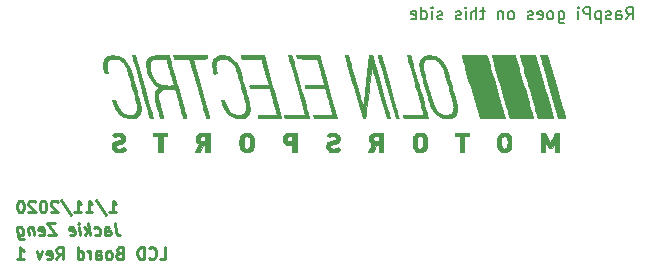
<source format=gbo>
G04 #@! TF.GenerationSoftware,KiCad,Pcbnew,(5.1.4-0-10_14)*
G04 #@! TF.CreationDate,2020-01-14T22:21:16-05:00*
G04 #@! TF.ProjectId,LCD_Screen,4c43445f-5363-4726-9565-6e2e6b696361,rev?*
G04 #@! TF.SameCoordinates,Original*
G04 #@! TF.FileFunction,Legend,Bot*
G04 #@! TF.FilePolarity,Positive*
%FSLAX46Y46*%
G04 Gerber Fmt 4.6, Leading zero omitted, Abs format (unit mm)*
G04 Created by KiCad (PCBNEW (5.1.4-0-10_14)) date 2020-01-14 22:21:16*
%MOMM*%
%LPD*%
G04 APERTURE LIST*
%ADD10C,0.150000*%
%ADD11C,0.250000*%
%ADD12C,0.010000*%
G04 APERTURE END LIST*
D10*
X255570523Y-26106380D02*
X255903857Y-25630190D01*
X256141952Y-26106380D02*
X256141952Y-25106380D01*
X255761000Y-25106380D01*
X255665761Y-25154000D01*
X255618142Y-25201619D01*
X255570523Y-25296857D01*
X255570523Y-25439714D01*
X255618142Y-25534952D01*
X255665761Y-25582571D01*
X255761000Y-25630190D01*
X256141952Y-25630190D01*
X254713380Y-26106380D02*
X254713380Y-25582571D01*
X254761000Y-25487333D01*
X254856238Y-25439714D01*
X255046714Y-25439714D01*
X255141952Y-25487333D01*
X254713380Y-26058761D02*
X254808619Y-26106380D01*
X255046714Y-26106380D01*
X255141952Y-26058761D01*
X255189571Y-25963523D01*
X255189571Y-25868285D01*
X255141952Y-25773047D01*
X255046714Y-25725428D01*
X254808619Y-25725428D01*
X254713380Y-25677809D01*
X254284809Y-26058761D02*
X254189571Y-26106380D01*
X253999095Y-26106380D01*
X253903857Y-26058761D01*
X253856238Y-25963523D01*
X253856238Y-25915904D01*
X253903857Y-25820666D01*
X253999095Y-25773047D01*
X254141952Y-25773047D01*
X254237190Y-25725428D01*
X254284809Y-25630190D01*
X254284809Y-25582571D01*
X254237190Y-25487333D01*
X254141952Y-25439714D01*
X253999095Y-25439714D01*
X253903857Y-25487333D01*
X253427666Y-25439714D02*
X253427666Y-26439714D01*
X253427666Y-25487333D02*
X253332428Y-25439714D01*
X253141952Y-25439714D01*
X253046714Y-25487333D01*
X252999095Y-25534952D01*
X252951476Y-25630190D01*
X252951476Y-25915904D01*
X252999095Y-26011142D01*
X253046714Y-26058761D01*
X253141952Y-26106380D01*
X253332428Y-26106380D01*
X253427666Y-26058761D01*
X252522904Y-26106380D02*
X252522904Y-25106380D01*
X252141952Y-25106380D01*
X252046714Y-25154000D01*
X251999095Y-25201619D01*
X251951476Y-25296857D01*
X251951476Y-25439714D01*
X251999095Y-25534952D01*
X252046714Y-25582571D01*
X252141952Y-25630190D01*
X252522904Y-25630190D01*
X251522904Y-26106380D02*
X251522904Y-25439714D01*
X251522904Y-25106380D02*
X251570523Y-25154000D01*
X251522904Y-25201619D01*
X251475285Y-25154000D01*
X251522904Y-25106380D01*
X251522904Y-25201619D01*
X249856238Y-25439714D02*
X249856238Y-26249238D01*
X249903857Y-26344476D01*
X249951476Y-26392095D01*
X250046714Y-26439714D01*
X250189571Y-26439714D01*
X250284809Y-26392095D01*
X249856238Y-26058761D02*
X249951476Y-26106380D01*
X250141952Y-26106380D01*
X250237190Y-26058761D01*
X250284809Y-26011142D01*
X250332428Y-25915904D01*
X250332428Y-25630190D01*
X250284809Y-25534952D01*
X250237190Y-25487333D01*
X250141952Y-25439714D01*
X249951476Y-25439714D01*
X249856238Y-25487333D01*
X249237190Y-26106380D02*
X249332428Y-26058761D01*
X249380047Y-26011142D01*
X249427666Y-25915904D01*
X249427666Y-25630190D01*
X249380047Y-25534952D01*
X249332428Y-25487333D01*
X249237190Y-25439714D01*
X249094333Y-25439714D01*
X248999095Y-25487333D01*
X248951476Y-25534952D01*
X248903857Y-25630190D01*
X248903857Y-25915904D01*
X248951476Y-26011142D01*
X248999095Y-26058761D01*
X249094333Y-26106380D01*
X249237190Y-26106380D01*
X248094333Y-26058761D02*
X248189571Y-26106380D01*
X248380047Y-26106380D01*
X248475285Y-26058761D01*
X248522904Y-25963523D01*
X248522904Y-25582571D01*
X248475285Y-25487333D01*
X248380047Y-25439714D01*
X248189571Y-25439714D01*
X248094333Y-25487333D01*
X248046714Y-25582571D01*
X248046714Y-25677809D01*
X248522904Y-25773047D01*
X247665761Y-26058761D02*
X247570523Y-26106380D01*
X247380047Y-26106380D01*
X247284809Y-26058761D01*
X247237190Y-25963523D01*
X247237190Y-25915904D01*
X247284809Y-25820666D01*
X247380047Y-25773047D01*
X247522904Y-25773047D01*
X247618142Y-25725428D01*
X247665761Y-25630190D01*
X247665761Y-25582571D01*
X247618142Y-25487333D01*
X247522904Y-25439714D01*
X247380047Y-25439714D01*
X247284809Y-25487333D01*
X245903857Y-26106380D02*
X245999095Y-26058761D01*
X246046714Y-26011142D01*
X246094333Y-25915904D01*
X246094333Y-25630190D01*
X246046714Y-25534952D01*
X245999095Y-25487333D01*
X245903857Y-25439714D01*
X245761000Y-25439714D01*
X245665761Y-25487333D01*
X245618142Y-25534952D01*
X245570523Y-25630190D01*
X245570523Y-25915904D01*
X245618142Y-26011142D01*
X245665761Y-26058761D01*
X245761000Y-26106380D01*
X245903857Y-26106380D01*
X245141952Y-25439714D02*
X245141952Y-26106380D01*
X245141952Y-25534952D02*
X245094333Y-25487333D01*
X244999095Y-25439714D01*
X244856238Y-25439714D01*
X244761000Y-25487333D01*
X244713380Y-25582571D01*
X244713380Y-26106380D01*
X243618142Y-25439714D02*
X243237190Y-25439714D01*
X243475285Y-25106380D02*
X243475285Y-25963523D01*
X243427666Y-26058761D01*
X243332428Y-26106380D01*
X243237190Y-26106380D01*
X242903857Y-26106380D02*
X242903857Y-25106380D01*
X242475285Y-26106380D02*
X242475285Y-25582571D01*
X242522904Y-25487333D01*
X242618142Y-25439714D01*
X242761000Y-25439714D01*
X242856238Y-25487333D01*
X242903857Y-25534952D01*
X241999095Y-26106380D02*
X241999095Y-25439714D01*
X241999095Y-25106380D02*
X242046714Y-25154000D01*
X241999095Y-25201619D01*
X241951476Y-25154000D01*
X241999095Y-25106380D01*
X241999095Y-25201619D01*
X241570523Y-26058761D02*
X241475285Y-26106380D01*
X241284809Y-26106380D01*
X241189571Y-26058761D01*
X241141952Y-25963523D01*
X241141952Y-25915904D01*
X241189571Y-25820666D01*
X241284809Y-25773047D01*
X241427666Y-25773047D01*
X241522904Y-25725428D01*
X241570523Y-25630190D01*
X241570523Y-25582571D01*
X241522904Y-25487333D01*
X241427666Y-25439714D01*
X241284809Y-25439714D01*
X241189571Y-25487333D01*
X239999095Y-26058761D02*
X239903857Y-26106380D01*
X239713380Y-26106380D01*
X239618142Y-26058761D01*
X239570523Y-25963523D01*
X239570523Y-25915904D01*
X239618142Y-25820666D01*
X239713380Y-25773047D01*
X239856238Y-25773047D01*
X239951476Y-25725428D01*
X239999095Y-25630190D01*
X239999095Y-25582571D01*
X239951476Y-25487333D01*
X239856238Y-25439714D01*
X239713380Y-25439714D01*
X239618142Y-25487333D01*
X239141952Y-26106380D02*
X239141952Y-25439714D01*
X239141952Y-25106380D02*
X239189571Y-25154000D01*
X239141952Y-25201619D01*
X239094333Y-25154000D01*
X239141952Y-25106380D01*
X239141952Y-25201619D01*
X238237190Y-26106380D02*
X238237190Y-25106380D01*
X238237190Y-26058761D02*
X238332428Y-26106380D01*
X238522904Y-26106380D01*
X238618142Y-26058761D01*
X238665761Y-26011142D01*
X238713380Y-25915904D01*
X238713380Y-25630190D01*
X238665761Y-25534952D01*
X238618142Y-25487333D01*
X238522904Y-25439714D01*
X238332428Y-25439714D01*
X238237190Y-25487333D01*
X237380047Y-26058761D02*
X237475285Y-26106380D01*
X237665761Y-26106380D01*
X237761000Y-26058761D01*
X237808619Y-25963523D01*
X237808619Y-25582571D01*
X237761000Y-25487333D01*
X237665761Y-25439714D01*
X237475285Y-25439714D01*
X237380047Y-25487333D01*
X237332428Y-25582571D01*
X237332428Y-25677809D01*
X237808619Y-25773047D01*
D11*
X211822847Y-42463980D02*
X212394276Y-42463980D01*
X212108561Y-42463980D02*
X212108561Y-41463980D01*
X212203800Y-41606838D01*
X212299038Y-41702076D01*
X212394276Y-41749695D01*
X210679990Y-41416361D02*
X211537133Y-42702076D01*
X209822847Y-42463980D02*
X210394276Y-42463980D01*
X210108561Y-42463980D02*
X210108561Y-41463980D01*
X210203800Y-41606838D01*
X210299038Y-41702076D01*
X210394276Y-41749695D01*
X208870466Y-42463980D02*
X209441895Y-42463980D01*
X209156180Y-42463980D02*
X209156180Y-41463980D01*
X209251419Y-41606838D01*
X209346657Y-41702076D01*
X209441895Y-41749695D01*
X207727609Y-41416361D02*
X208584752Y-42702076D01*
X207441895Y-41559219D02*
X207394276Y-41511600D01*
X207299038Y-41463980D01*
X207060942Y-41463980D01*
X206965704Y-41511600D01*
X206918085Y-41559219D01*
X206870466Y-41654457D01*
X206870466Y-41749695D01*
X206918085Y-41892552D01*
X207489514Y-42463980D01*
X206870466Y-42463980D01*
X206251419Y-41463980D02*
X206156180Y-41463980D01*
X206060942Y-41511600D01*
X206013323Y-41559219D01*
X205965704Y-41654457D01*
X205918085Y-41844933D01*
X205918085Y-42083028D01*
X205965704Y-42273504D01*
X206013323Y-42368742D01*
X206060942Y-42416361D01*
X206156180Y-42463980D01*
X206251419Y-42463980D01*
X206346657Y-42416361D01*
X206394276Y-42368742D01*
X206441895Y-42273504D01*
X206489514Y-42083028D01*
X206489514Y-41844933D01*
X206441895Y-41654457D01*
X206394276Y-41559219D01*
X206346657Y-41511600D01*
X206251419Y-41463980D01*
X205537133Y-41559219D02*
X205489514Y-41511600D01*
X205394276Y-41463980D01*
X205156180Y-41463980D01*
X205060942Y-41511600D01*
X205013323Y-41559219D01*
X204965704Y-41654457D01*
X204965704Y-41749695D01*
X205013323Y-41892552D01*
X205584752Y-42463980D01*
X204965704Y-42463980D01*
X204346657Y-41463980D02*
X204251419Y-41463980D01*
X204156180Y-41511600D01*
X204108561Y-41559219D01*
X204060942Y-41654457D01*
X204013323Y-41844933D01*
X204013323Y-42083028D01*
X204060942Y-42273504D01*
X204108561Y-42368742D01*
X204156180Y-42416361D01*
X204251419Y-42463980D01*
X204346657Y-42463980D01*
X204441895Y-42416361D01*
X204489514Y-42368742D01*
X204537133Y-42273504D01*
X204584752Y-42083028D01*
X204584752Y-41844933D01*
X204537133Y-41654457D01*
X204489514Y-41559219D01*
X204441895Y-41511600D01*
X204346657Y-41463980D01*
X216097714Y-46426380D02*
X216573904Y-46426380D01*
X216573904Y-45426380D01*
X215192952Y-46331142D02*
X215240571Y-46378761D01*
X215383428Y-46426380D01*
X215478666Y-46426380D01*
X215621523Y-46378761D01*
X215716761Y-46283523D01*
X215764380Y-46188285D01*
X215812000Y-45997809D01*
X215812000Y-45854952D01*
X215764380Y-45664476D01*
X215716761Y-45569238D01*
X215621523Y-45474000D01*
X215478666Y-45426380D01*
X215383428Y-45426380D01*
X215240571Y-45474000D01*
X215192952Y-45521619D01*
X214764380Y-46426380D02*
X214764380Y-45426380D01*
X214526285Y-45426380D01*
X214383428Y-45474000D01*
X214288190Y-45569238D01*
X214240571Y-45664476D01*
X214192952Y-45854952D01*
X214192952Y-45997809D01*
X214240571Y-46188285D01*
X214288190Y-46283523D01*
X214383428Y-46378761D01*
X214526285Y-46426380D01*
X214764380Y-46426380D01*
X212669142Y-45902571D02*
X212526285Y-45950190D01*
X212478666Y-45997809D01*
X212431047Y-46093047D01*
X212431047Y-46235904D01*
X212478666Y-46331142D01*
X212526285Y-46378761D01*
X212621523Y-46426380D01*
X213002476Y-46426380D01*
X213002476Y-45426380D01*
X212669142Y-45426380D01*
X212573904Y-45474000D01*
X212526285Y-45521619D01*
X212478666Y-45616857D01*
X212478666Y-45712095D01*
X212526285Y-45807333D01*
X212573904Y-45854952D01*
X212669142Y-45902571D01*
X213002476Y-45902571D01*
X211859619Y-46426380D02*
X211954857Y-46378761D01*
X212002476Y-46331142D01*
X212050095Y-46235904D01*
X212050095Y-45950190D01*
X212002476Y-45854952D01*
X211954857Y-45807333D01*
X211859619Y-45759714D01*
X211716761Y-45759714D01*
X211621523Y-45807333D01*
X211573904Y-45854952D01*
X211526285Y-45950190D01*
X211526285Y-46235904D01*
X211573904Y-46331142D01*
X211621523Y-46378761D01*
X211716761Y-46426380D01*
X211859619Y-46426380D01*
X210669142Y-46426380D02*
X210669142Y-45902571D01*
X210716761Y-45807333D01*
X210812000Y-45759714D01*
X211002476Y-45759714D01*
X211097714Y-45807333D01*
X210669142Y-46378761D02*
X210764380Y-46426380D01*
X211002476Y-46426380D01*
X211097714Y-46378761D01*
X211145333Y-46283523D01*
X211145333Y-46188285D01*
X211097714Y-46093047D01*
X211002476Y-46045428D01*
X210764380Y-46045428D01*
X210669142Y-45997809D01*
X210192952Y-46426380D02*
X210192952Y-45759714D01*
X210192952Y-45950190D02*
X210145333Y-45854952D01*
X210097714Y-45807333D01*
X210002476Y-45759714D01*
X209907238Y-45759714D01*
X209145333Y-46426380D02*
X209145333Y-45426380D01*
X209145333Y-46378761D02*
X209240571Y-46426380D01*
X209431047Y-46426380D01*
X209526285Y-46378761D01*
X209573904Y-46331142D01*
X209621523Y-46235904D01*
X209621523Y-45950190D01*
X209573904Y-45854952D01*
X209526285Y-45807333D01*
X209431047Y-45759714D01*
X209240571Y-45759714D01*
X209145333Y-45807333D01*
X207335809Y-46426380D02*
X207669142Y-45950190D01*
X207907238Y-46426380D02*
X207907238Y-45426380D01*
X207526285Y-45426380D01*
X207431047Y-45474000D01*
X207383428Y-45521619D01*
X207335809Y-45616857D01*
X207335809Y-45759714D01*
X207383428Y-45854952D01*
X207431047Y-45902571D01*
X207526285Y-45950190D01*
X207907238Y-45950190D01*
X206526285Y-46378761D02*
X206621523Y-46426380D01*
X206812000Y-46426380D01*
X206907238Y-46378761D01*
X206954857Y-46283523D01*
X206954857Y-45902571D01*
X206907238Y-45807333D01*
X206812000Y-45759714D01*
X206621523Y-45759714D01*
X206526285Y-45807333D01*
X206478666Y-45902571D01*
X206478666Y-45997809D01*
X206954857Y-46093047D01*
X206145333Y-45759714D02*
X205907238Y-46426380D01*
X205669142Y-45759714D01*
X204002476Y-46426380D02*
X204573904Y-46426380D01*
X204288190Y-46426380D02*
X204288190Y-45426380D01*
X204383428Y-45569238D01*
X204478666Y-45664476D01*
X204573904Y-45712095D01*
X212263110Y-43394380D02*
X212352395Y-44108666D01*
X212417872Y-44251523D01*
X212525014Y-44346761D01*
X212673824Y-44394380D01*
X212769062Y-44394380D01*
X211483348Y-44394380D02*
X211417872Y-43870571D01*
X211453586Y-43775333D01*
X211542872Y-43727714D01*
X211733348Y-43727714D01*
X211834538Y-43775333D01*
X211477395Y-44346761D02*
X211578586Y-44394380D01*
X211816681Y-44394380D01*
X211905967Y-44346761D01*
X211941681Y-44251523D01*
X211929776Y-44156285D01*
X211870252Y-44061047D01*
X211769062Y-44013428D01*
X211530967Y-44013428D01*
X211429776Y-43965809D01*
X210572633Y-44346761D02*
X210673824Y-44394380D01*
X210864300Y-44394380D01*
X210953586Y-44346761D01*
X210995252Y-44299142D01*
X211030967Y-44203904D01*
X210995252Y-43918190D01*
X210935729Y-43822952D01*
X210882157Y-43775333D01*
X210780967Y-43727714D01*
X210590491Y-43727714D01*
X210501205Y-43775333D01*
X210150014Y-44394380D02*
X210025014Y-43394380D01*
X210007157Y-44013428D02*
X209769062Y-44394380D01*
X209685729Y-43727714D02*
X210114300Y-44108666D01*
X209340491Y-44394380D02*
X209257157Y-43727714D01*
X209215491Y-43394380D02*
X209269062Y-43442000D01*
X209227395Y-43489619D01*
X209173824Y-43442000D01*
X209215491Y-43394380D01*
X209227395Y-43489619D01*
X208477395Y-44346761D02*
X208578586Y-44394380D01*
X208769062Y-44394380D01*
X208858348Y-44346761D01*
X208894062Y-44251523D01*
X208846443Y-43870571D01*
X208786919Y-43775333D01*
X208685729Y-43727714D01*
X208495252Y-43727714D01*
X208405967Y-43775333D01*
X208370252Y-43870571D01*
X208382157Y-43965809D01*
X208870252Y-44061047D01*
X207215491Y-43394380D02*
X206548824Y-43394380D01*
X207340491Y-44394380D01*
X206673824Y-44394380D01*
X205905967Y-44346761D02*
X206007157Y-44394380D01*
X206197633Y-44394380D01*
X206286919Y-44346761D01*
X206322633Y-44251523D01*
X206275014Y-43870571D01*
X206215491Y-43775333D01*
X206114300Y-43727714D01*
X205923824Y-43727714D01*
X205834538Y-43775333D01*
X205798824Y-43870571D01*
X205810729Y-43965809D01*
X206298824Y-44061047D01*
X205352395Y-43727714D02*
X205435729Y-44394380D01*
X205364300Y-43822952D02*
X205310729Y-43775333D01*
X205209538Y-43727714D01*
X205066681Y-43727714D01*
X204977395Y-43775333D01*
X204941681Y-43870571D01*
X205007157Y-44394380D01*
X204019062Y-43727714D02*
X204120252Y-44537238D01*
X204179776Y-44632476D01*
X204233348Y-44680095D01*
X204334538Y-44727714D01*
X204477395Y-44727714D01*
X204566681Y-44680095D01*
X204096443Y-44346761D02*
X204197633Y-44394380D01*
X204388110Y-44394380D01*
X204477395Y-44346761D01*
X204519062Y-44299142D01*
X204554776Y-44203904D01*
X204519062Y-43918190D01*
X204459538Y-43822952D01*
X204405967Y-43775333D01*
X204304776Y-43727714D01*
X204114300Y-43727714D01*
X204025014Y-43775333D01*
D12*
G36*
X212039925Y-29166868D02*
G01*
X211820681Y-29200299D01*
X211640872Y-29265430D01*
X211499947Y-29362626D01*
X211397356Y-29492251D01*
X211338661Y-29632355D01*
X211316575Y-29753405D01*
X211307518Y-29908671D01*
X211310925Y-30083421D01*
X211326230Y-30262924D01*
X211352867Y-30432448D01*
X211372674Y-30518100D01*
X211419928Y-30695900D01*
X211566598Y-30703581D01*
X211648649Y-30706258D01*
X211690661Y-30701220D01*
X211703181Y-30685449D01*
X211699773Y-30665481D01*
X211650593Y-30485585D01*
X211618993Y-30333954D01*
X211601931Y-30192426D01*
X211596398Y-30048200D01*
X211597177Y-29928853D01*
X211603281Y-29845066D01*
X211617364Y-29781668D01*
X211642078Y-29723489D01*
X211658520Y-29692919D01*
X211738159Y-29586178D01*
X211843016Y-29511348D01*
X211980054Y-29464928D01*
X212154781Y-29443494D01*
X212392766Y-29453411D01*
X212609120Y-29509285D01*
X212803849Y-29611119D01*
X212976959Y-29758918D01*
X213128455Y-29952687D01*
X213258346Y-30192429D01*
X213293790Y-30275013D01*
X213314365Y-30333544D01*
X213346646Y-30435530D01*
X213389067Y-30575393D01*
X213440060Y-30747553D01*
X213498058Y-30946433D01*
X213561494Y-31166452D01*
X213628800Y-31402031D01*
X213698408Y-31647592D01*
X213768752Y-31897555D01*
X213838264Y-32146342D01*
X213905377Y-32388372D01*
X213968523Y-32618068D01*
X214026134Y-32829849D01*
X214076645Y-33018138D01*
X214118486Y-33177354D01*
X214150091Y-33301919D01*
X214169893Y-33386254D01*
X214174737Y-33410761D01*
X214195248Y-33625416D01*
X214177588Y-33806897D01*
X214121560Y-33955776D01*
X214026962Y-34072628D01*
X213918800Y-34145811D01*
X213850809Y-34178765D01*
X213792781Y-34199159D01*
X213729660Y-34209394D01*
X213646388Y-34211872D01*
X213527909Y-34208995D01*
X213523630Y-34208850D01*
X213398530Y-34202890D01*
X213306987Y-34192554D01*
X213231765Y-34174127D01*
X213155626Y-34143893D01*
X213100500Y-34117639D01*
X212919176Y-34000716D01*
X212755165Y-33838279D01*
X212610577Y-33633288D01*
X212487524Y-33388701D01*
X212394159Y-33127950D01*
X212339053Y-32943800D01*
X212201827Y-32943800D01*
X212126092Y-32947664D01*
X212076253Y-32957616D01*
X212064600Y-32966909D01*
X212074144Y-33018067D01*
X212099949Y-33104327D01*
X212137771Y-33214309D01*
X212183370Y-33336636D01*
X212232503Y-33459929D01*
X212280929Y-33572810D01*
X212324406Y-33663900D01*
X212324524Y-33664127D01*
X212418089Y-33816712D01*
X212537982Y-33970743D01*
X212673390Y-34114996D01*
X212813498Y-34238250D01*
X212947493Y-34329282D01*
X212983447Y-34347948D01*
X213201090Y-34429256D01*
X213436083Y-34477581D01*
X213673286Y-34491322D01*
X213897560Y-34468875D01*
X213969600Y-34452335D01*
X214143344Y-34384338D01*
X214279560Y-34282624D01*
X214380681Y-34144841D01*
X214441243Y-33996333D01*
X214465656Y-33870727D01*
X214476030Y-33714211D01*
X214472109Y-33544767D01*
X214453636Y-33380382D01*
X214450314Y-33361214D01*
X214436216Y-33297892D01*
X214409426Y-33191444D01*
X214371539Y-33047494D01*
X214324147Y-32871667D01*
X214268845Y-32669587D01*
X214207227Y-32446877D01*
X214140885Y-32209163D01*
X214071415Y-31962068D01*
X214000409Y-31711217D01*
X213929461Y-31462234D01*
X213860166Y-31220742D01*
X213794117Y-30992367D01*
X213732907Y-30782732D01*
X213678131Y-30597462D01*
X213631382Y-30442181D01*
X213594254Y-30322512D01*
X213568340Y-30244081D01*
X213562440Y-30227995D01*
X213434080Y-29953559D01*
X213276484Y-29716899D01*
X213092208Y-29519797D01*
X212883813Y-29364036D01*
X212653855Y-29251400D01*
X212404894Y-29183671D01*
X212139487Y-29162633D01*
X212039925Y-29166868D01*
X212039925Y-29166868D01*
G37*
X212039925Y-29166868D02*
X211820681Y-29200299D01*
X211640872Y-29265430D01*
X211499947Y-29362626D01*
X211397356Y-29492251D01*
X211338661Y-29632355D01*
X211316575Y-29753405D01*
X211307518Y-29908671D01*
X211310925Y-30083421D01*
X211326230Y-30262924D01*
X211352867Y-30432448D01*
X211372674Y-30518100D01*
X211419928Y-30695900D01*
X211566598Y-30703581D01*
X211648649Y-30706258D01*
X211690661Y-30701220D01*
X211703181Y-30685449D01*
X211699773Y-30665481D01*
X211650593Y-30485585D01*
X211618993Y-30333954D01*
X211601931Y-30192426D01*
X211596398Y-30048200D01*
X211597177Y-29928853D01*
X211603281Y-29845066D01*
X211617364Y-29781668D01*
X211642078Y-29723489D01*
X211658520Y-29692919D01*
X211738159Y-29586178D01*
X211843016Y-29511348D01*
X211980054Y-29464928D01*
X212154781Y-29443494D01*
X212392766Y-29453411D01*
X212609120Y-29509285D01*
X212803849Y-29611119D01*
X212976959Y-29758918D01*
X213128455Y-29952687D01*
X213258346Y-30192429D01*
X213293790Y-30275013D01*
X213314365Y-30333544D01*
X213346646Y-30435530D01*
X213389067Y-30575393D01*
X213440060Y-30747553D01*
X213498058Y-30946433D01*
X213561494Y-31166452D01*
X213628800Y-31402031D01*
X213698408Y-31647592D01*
X213768752Y-31897555D01*
X213838264Y-32146342D01*
X213905377Y-32388372D01*
X213968523Y-32618068D01*
X214026134Y-32829849D01*
X214076645Y-33018138D01*
X214118486Y-33177354D01*
X214150091Y-33301919D01*
X214169893Y-33386254D01*
X214174737Y-33410761D01*
X214195248Y-33625416D01*
X214177588Y-33806897D01*
X214121560Y-33955776D01*
X214026962Y-34072628D01*
X213918800Y-34145811D01*
X213850809Y-34178765D01*
X213792781Y-34199159D01*
X213729660Y-34209394D01*
X213646388Y-34211872D01*
X213527909Y-34208995D01*
X213523630Y-34208850D01*
X213398530Y-34202890D01*
X213306987Y-34192554D01*
X213231765Y-34174127D01*
X213155626Y-34143893D01*
X213100500Y-34117639D01*
X212919176Y-34000716D01*
X212755165Y-33838279D01*
X212610577Y-33633288D01*
X212487524Y-33388701D01*
X212394159Y-33127950D01*
X212339053Y-32943800D01*
X212201827Y-32943800D01*
X212126092Y-32947664D01*
X212076253Y-32957616D01*
X212064600Y-32966909D01*
X212074144Y-33018067D01*
X212099949Y-33104327D01*
X212137771Y-33214309D01*
X212183370Y-33336636D01*
X212232503Y-33459929D01*
X212280929Y-33572810D01*
X212324406Y-33663900D01*
X212324524Y-33664127D01*
X212418089Y-33816712D01*
X212537982Y-33970743D01*
X212673390Y-34114996D01*
X212813498Y-34238250D01*
X212947493Y-34329282D01*
X212983447Y-34347948D01*
X213201090Y-34429256D01*
X213436083Y-34477581D01*
X213673286Y-34491322D01*
X213897560Y-34468875D01*
X213969600Y-34452335D01*
X214143344Y-34384338D01*
X214279560Y-34282624D01*
X214380681Y-34144841D01*
X214441243Y-33996333D01*
X214465656Y-33870727D01*
X214476030Y-33714211D01*
X214472109Y-33544767D01*
X214453636Y-33380382D01*
X214450314Y-33361214D01*
X214436216Y-33297892D01*
X214409426Y-33191444D01*
X214371539Y-33047494D01*
X214324147Y-32871667D01*
X214268845Y-32669587D01*
X214207227Y-32446877D01*
X214140885Y-32209163D01*
X214071415Y-31962068D01*
X214000409Y-31711217D01*
X213929461Y-31462234D01*
X213860166Y-31220742D01*
X213794117Y-30992367D01*
X213732907Y-30782732D01*
X213678131Y-30597462D01*
X213631382Y-30442181D01*
X213594254Y-30322512D01*
X213568340Y-30244081D01*
X213562440Y-30227995D01*
X213434080Y-29953559D01*
X213276484Y-29716899D01*
X213092208Y-29519797D01*
X212883813Y-29364036D01*
X212653855Y-29251400D01*
X212404894Y-29183671D01*
X212139487Y-29162633D01*
X212039925Y-29166868D01*
G36*
X213775856Y-29173223D02*
G01*
X213766400Y-29192443D01*
X213773153Y-29221320D01*
X213792809Y-29295837D01*
X213824467Y-29412747D01*
X213867225Y-29568801D01*
X213920182Y-29760752D01*
X213982436Y-29985351D01*
X214053084Y-30239352D01*
X214131226Y-30519505D01*
X214215959Y-30822563D01*
X214306381Y-31145279D01*
X214401592Y-31484404D01*
X214491378Y-31803620D01*
X214590385Y-32155374D01*
X214685671Y-32494014D01*
X214776312Y-32816255D01*
X214861385Y-33118815D01*
X214939969Y-33398408D01*
X215011141Y-33651750D01*
X215073979Y-33875557D01*
X215127559Y-34066544D01*
X215170961Y-34221427D01*
X215203260Y-34336922D01*
X215223536Y-34409745D01*
X215230731Y-34436050D01*
X215244968Y-34469216D01*
X215275215Y-34486381D01*
X215335120Y-34492605D01*
X215384808Y-34493200D01*
X215464239Y-34491760D01*
X215503870Y-34484079D01*
X215514690Y-34465117D01*
X215509355Y-34436050D01*
X215500531Y-34404261D01*
X215478852Y-34326841D01*
X215445235Y-34207055D01*
X215400600Y-34048168D01*
X215345865Y-33853446D01*
X215281948Y-33626153D01*
X215209767Y-33369556D01*
X215130242Y-33086919D01*
X215044289Y-32781508D01*
X214952829Y-32456589D01*
X214856779Y-32115426D01*
X214761032Y-31775400D01*
X214027862Y-29171900D01*
X213897131Y-29164222D01*
X213816221Y-29163071D01*
X213775856Y-29173223D01*
X213775856Y-29173223D01*
G37*
X213775856Y-29173223D02*
X213766400Y-29192443D01*
X213773153Y-29221320D01*
X213792809Y-29295837D01*
X213824467Y-29412747D01*
X213867225Y-29568801D01*
X213920182Y-29760752D01*
X213982436Y-29985351D01*
X214053084Y-30239352D01*
X214131226Y-30519505D01*
X214215959Y-30822563D01*
X214306381Y-31145279D01*
X214401592Y-31484404D01*
X214491378Y-31803620D01*
X214590385Y-32155374D01*
X214685671Y-32494014D01*
X214776312Y-32816255D01*
X214861385Y-33118815D01*
X214939969Y-33398408D01*
X215011141Y-33651750D01*
X215073979Y-33875557D01*
X215127559Y-34066544D01*
X215170961Y-34221427D01*
X215203260Y-34336922D01*
X215223536Y-34409745D01*
X215230731Y-34436050D01*
X215244968Y-34469216D01*
X215275215Y-34486381D01*
X215335120Y-34492605D01*
X215384808Y-34493200D01*
X215464239Y-34491760D01*
X215503870Y-34484079D01*
X215514690Y-34465117D01*
X215509355Y-34436050D01*
X215500531Y-34404261D01*
X215478852Y-34326841D01*
X215445235Y-34207055D01*
X215400600Y-34048168D01*
X215345865Y-33853446D01*
X215281948Y-33626153D01*
X215209767Y-33369556D01*
X215130242Y-33086919D01*
X215044289Y-32781508D01*
X214952829Y-32456589D01*
X214856779Y-32115426D01*
X214761032Y-31775400D01*
X214027862Y-29171900D01*
X213897131Y-29164222D01*
X213816221Y-29163071D01*
X213775856Y-29173223D01*
G36*
X216367254Y-29163094D02*
G01*
X216187596Y-29165131D01*
X216185750Y-29165157D01*
X215973020Y-29168639D01*
X215804539Y-29172653D01*
X215673760Y-29177642D01*
X215574134Y-29184050D01*
X215499109Y-29192322D01*
X215442139Y-29202901D01*
X215396672Y-29216230D01*
X215388612Y-29219179D01*
X215231579Y-29303344D01*
X215101905Y-29423331D01*
X215009859Y-29569620D01*
X215009313Y-29570845D01*
X214968715Y-29708070D01*
X214949935Y-29880369D01*
X214952857Y-30076993D01*
X214977360Y-30287197D01*
X215019451Y-30485606D01*
X215126310Y-30829695D01*
X215255347Y-31128103D01*
X215406583Y-31380861D01*
X215580036Y-31588002D01*
X215775727Y-31749558D01*
X215849200Y-31795180D01*
X215914900Y-31832865D01*
X215959228Y-31858401D01*
X215969899Y-31864635D01*
X215957390Y-31883431D01*
X215918423Y-31928277D01*
X215871095Y-31979220D01*
X215780727Y-32085092D01*
X215719309Y-32188075D01*
X215682161Y-32301773D01*
X215664602Y-32439793D01*
X215661598Y-32588200D01*
X215662854Y-32664712D01*
X215666086Y-32733347D01*
X215672764Y-32800973D01*
X215684358Y-32874456D01*
X215702336Y-32960663D01*
X215728168Y-33066460D01*
X215763321Y-33198714D01*
X215809267Y-33364293D01*
X215867473Y-33570062D01*
X215884400Y-33629600D01*
X215938906Y-33821109D01*
X215989364Y-33998198D01*
X216033987Y-34154603D01*
X216070987Y-34284064D01*
X216098573Y-34380319D01*
X216114958Y-34437106D01*
X216118394Y-34448750D01*
X216137796Y-34475652D01*
X216182814Y-34489278D01*
X216265611Y-34493194D01*
X216270012Y-34493200D01*
X216346003Y-34491237D01*
X216396121Y-34486182D01*
X216408000Y-34481410D01*
X216401370Y-34454967D01*
X216382581Y-34385599D01*
X216353286Y-34279266D01*
X216315137Y-34141929D01*
X216269789Y-33979548D01*
X216218894Y-33798086D01*
X216191938Y-33702260D01*
X216137098Y-33505440D01*
X216085795Y-33317430D01*
X216039979Y-33145680D01*
X216001603Y-32997643D01*
X215972617Y-32880769D01*
X215954972Y-32802509D01*
X215951704Y-32784799D01*
X215940558Y-32589765D01*
X215973217Y-32418853D01*
X216049005Y-32273544D01*
X216167246Y-32155317D01*
X216267473Y-32093218D01*
X216320650Y-32066659D01*
X216367267Y-32046954D01*
X216416141Y-32032920D01*
X216476087Y-32023377D01*
X216555920Y-32017143D01*
X216664455Y-32013038D01*
X216810509Y-32009881D01*
X216901489Y-32008268D01*
X217385900Y-31999837D01*
X217689106Y-33087768D01*
X217754012Y-33320415D01*
X217816319Y-33543286D01*
X217874363Y-33750465D01*
X217926482Y-33936036D01*
X217971013Y-34094083D01*
X218006292Y-34218689D01*
X218030656Y-34303940D01*
X218039556Y-34334450D01*
X218086801Y-34493200D01*
X218212601Y-34493200D01*
X218292650Y-34488860D01*
X218331288Y-34474109D01*
X218338400Y-34455994D01*
X218331649Y-34426973D01*
X218311990Y-34352285D01*
X218280318Y-34235154D01*
X218237527Y-34078801D01*
X218184512Y-33886451D01*
X218122167Y-33661326D01*
X218051385Y-33406648D01*
X217973062Y-33125641D01*
X217888091Y-32821527D01*
X217797366Y-32497529D01*
X217701782Y-32156870D01*
X217602233Y-31802773D01*
X217601800Y-31801236D01*
X217576820Y-31712432D01*
X217297000Y-31712432D01*
X217272973Y-31716419D01*
X217206382Y-31719858D01*
X217105461Y-31722517D01*
X216978445Y-31724165D01*
X216863865Y-31724600D01*
X216649056Y-31722061D01*
X216477640Y-31714130D01*
X216342444Y-31700333D01*
X216253126Y-31684205D01*
X216050371Y-31615791D01*
X215869596Y-31506987D01*
X215709645Y-31356344D01*
X215569363Y-31162411D01*
X215447594Y-30923739D01*
X215343183Y-30638876D01*
X215299406Y-30487232D01*
X215245828Y-30236396D01*
X215228711Y-30020826D01*
X215248074Y-29840393D01*
X215303935Y-29694972D01*
X215396312Y-29584434D01*
X215436952Y-29554175D01*
X215504001Y-29515776D01*
X215578257Y-29486682D01*
X215667662Y-29465712D01*
X215780163Y-29451682D01*
X215923702Y-29443410D01*
X216106225Y-29439715D01*
X216209439Y-29439220D01*
X216371602Y-29439410D01*
X216490051Y-29440941D01*
X216571867Y-29444485D01*
X216624130Y-29450712D01*
X216653921Y-29460292D01*
X216668322Y-29473897D01*
X216672160Y-29483050D01*
X216685074Y-29527262D01*
X216709254Y-29611921D01*
X216743034Y-29731079D01*
X216784746Y-29878786D01*
X216832722Y-30049091D01*
X216885296Y-30236046D01*
X216940798Y-30433700D01*
X216997562Y-30636104D01*
X217053921Y-30837309D01*
X217108206Y-31031365D01*
X217158751Y-31212322D01*
X217203887Y-31374231D01*
X217241947Y-31511142D01*
X217271264Y-31617105D01*
X217290171Y-31686172D01*
X217296999Y-31712391D01*
X217297000Y-31712432D01*
X217576820Y-31712432D01*
X217502326Y-31447617D01*
X217406804Y-31107799D01*
X217316127Y-30784969D01*
X217231187Y-30482313D01*
X217152875Y-30203016D01*
X217082084Y-29950265D01*
X217019705Y-29727245D01*
X216966630Y-29537143D01*
X216923750Y-29383145D01*
X216891958Y-29268436D01*
X216872144Y-29196204D01*
X216865202Y-29169633D01*
X216865200Y-29169598D01*
X216840901Y-29166216D01*
X216772383Y-29163831D01*
X216666220Y-29162487D01*
X216528986Y-29162227D01*
X216367254Y-29163094D01*
X216367254Y-29163094D01*
G37*
X216367254Y-29163094D02*
X216187596Y-29165131D01*
X216185750Y-29165157D01*
X215973020Y-29168639D01*
X215804539Y-29172653D01*
X215673760Y-29177642D01*
X215574134Y-29184050D01*
X215499109Y-29192322D01*
X215442139Y-29202901D01*
X215396672Y-29216230D01*
X215388612Y-29219179D01*
X215231579Y-29303344D01*
X215101905Y-29423331D01*
X215009859Y-29569620D01*
X215009313Y-29570845D01*
X214968715Y-29708070D01*
X214949935Y-29880369D01*
X214952857Y-30076993D01*
X214977360Y-30287197D01*
X215019451Y-30485606D01*
X215126310Y-30829695D01*
X215255347Y-31128103D01*
X215406583Y-31380861D01*
X215580036Y-31588002D01*
X215775727Y-31749558D01*
X215849200Y-31795180D01*
X215914900Y-31832865D01*
X215959228Y-31858401D01*
X215969899Y-31864635D01*
X215957390Y-31883431D01*
X215918423Y-31928277D01*
X215871095Y-31979220D01*
X215780727Y-32085092D01*
X215719309Y-32188075D01*
X215682161Y-32301773D01*
X215664602Y-32439793D01*
X215661598Y-32588200D01*
X215662854Y-32664712D01*
X215666086Y-32733347D01*
X215672764Y-32800973D01*
X215684358Y-32874456D01*
X215702336Y-32960663D01*
X215728168Y-33066460D01*
X215763321Y-33198714D01*
X215809267Y-33364293D01*
X215867473Y-33570062D01*
X215884400Y-33629600D01*
X215938906Y-33821109D01*
X215989364Y-33998198D01*
X216033987Y-34154603D01*
X216070987Y-34284064D01*
X216098573Y-34380319D01*
X216114958Y-34437106D01*
X216118394Y-34448750D01*
X216137796Y-34475652D01*
X216182814Y-34489278D01*
X216265611Y-34493194D01*
X216270012Y-34493200D01*
X216346003Y-34491237D01*
X216396121Y-34486182D01*
X216408000Y-34481410D01*
X216401370Y-34454967D01*
X216382581Y-34385599D01*
X216353286Y-34279266D01*
X216315137Y-34141929D01*
X216269789Y-33979548D01*
X216218894Y-33798086D01*
X216191938Y-33702260D01*
X216137098Y-33505440D01*
X216085795Y-33317430D01*
X216039979Y-33145680D01*
X216001603Y-32997643D01*
X215972617Y-32880769D01*
X215954972Y-32802509D01*
X215951704Y-32784799D01*
X215940558Y-32589765D01*
X215973217Y-32418853D01*
X216049005Y-32273544D01*
X216167246Y-32155317D01*
X216267473Y-32093218D01*
X216320650Y-32066659D01*
X216367267Y-32046954D01*
X216416141Y-32032920D01*
X216476087Y-32023377D01*
X216555920Y-32017143D01*
X216664455Y-32013038D01*
X216810509Y-32009881D01*
X216901489Y-32008268D01*
X217385900Y-31999837D01*
X217689106Y-33087768D01*
X217754012Y-33320415D01*
X217816319Y-33543286D01*
X217874363Y-33750465D01*
X217926482Y-33936036D01*
X217971013Y-34094083D01*
X218006292Y-34218689D01*
X218030656Y-34303940D01*
X218039556Y-34334450D01*
X218086801Y-34493200D01*
X218212601Y-34493200D01*
X218292650Y-34488860D01*
X218331288Y-34474109D01*
X218338400Y-34455994D01*
X218331649Y-34426973D01*
X218311990Y-34352285D01*
X218280318Y-34235154D01*
X218237527Y-34078801D01*
X218184512Y-33886451D01*
X218122167Y-33661326D01*
X218051385Y-33406648D01*
X217973062Y-33125641D01*
X217888091Y-32821527D01*
X217797366Y-32497529D01*
X217701782Y-32156870D01*
X217602233Y-31802773D01*
X217601800Y-31801236D01*
X217576820Y-31712432D01*
X217297000Y-31712432D01*
X217272973Y-31716419D01*
X217206382Y-31719858D01*
X217105461Y-31722517D01*
X216978445Y-31724165D01*
X216863865Y-31724600D01*
X216649056Y-31722061D01*
X216477640Y-31714130D01*
X216342444Y-31700333D01*
X216253126Y-31684205D01*
X216050371Y-31615791D01*
X215869596Y-31506987D01*
X215709645Y-31356344D01*
X215569363Y-31162411D01*
X215447594Y-30923739D01*
X215343183Y-30638876D01*
X215299406Y-30487232D01*
X215245828Y-30236396D01*
X215228711Y-30020826D01*
X215248074Y-29840393D01*
X215303935Y-29694972D01*
X215396312Y-29584434D01*
X215436952Y-29554175D01*
X215504001Y-29515776D01*
X215578257Y-29486682D01*
X215667662Y-29465712D01*
X215780163Y-29451682D01*
X215923702Y-29443410D01*
X216106225Y-29439715D01*
X216209439Y-29439220D01*
X216371602Y-29439410D01*
X216490051Y-29440941D01*
X216571867Y-29444485D01*
X216624130Y-29450712D01*
X216653921Y-29460292D01*
X216668322Y-29473897D01*
X216672160Y-29483050D01*
X216685074Y-29527262D01*
X216709254Y-29611921D01*
X216743034Y-29731079D01*
X216784746Y-29878786D01*
X216832722Y-30049091D01*
X216885296Y-30236046D01*
X216940798Y-30433700D01*
X216997562Y-30636104D01*
X217053921Y-30837309D01*
X217108206Y-31031365D01*
X217158751Y-31212322D01*
X217203887Y-31374231D01*
X217241947Y-31511142D01*
X217271264Y-31617105D01*
X217290171Y-31686172D01*
X217296999Y-31712391D01*
X217297000Y-31712432D01*
X217576820Y-31712432D01*
X217502326Y-31447617D01*
X217406804Y-31107799D01*
X217316127Y-30784969D01*
X217231187Y-30482313D01*
X217152875Y-30203016D01*
X217082084Y-29950265D01*
X217019705Y-29727245D01*
X216966630Y-29537143D01*
X216923750Y-29383145D01*
X216891958Y-29268436D01*
X216872144Y-29196204D01*
X216865202Y-29169633D01*
X216865200Y-29169598D01*
X216840901Y-29166216D01*
X216772383Y-29163831D01*
X216666220Y-29162487D01*
X216528986Y-29162227D01*
X216367254Y-29163094D01*
G36*
X218392702Y-29159341D02*
G01*
X218146338Y-29159748D01*
X217920395Y-29160394D01*
X217719439Y-29161254D01*
X217548038Y-29162300D01*
X217410756Y-29163507D01*
X217312160Y-29164848D01*
X217256817Y-29166297D01*
X217246200Y-29167289D01*
X217252815Y-29194059D01*
X217269825Y-29254275D01*
X217285156Y-29306555D01*
X217324111Y-29437731D01*
X217962347Y-29444515D01*
X218600583Y-29451300D01*
X219290657Y-31902400D01*
X219387318Y-32245807D01*
X219480299Y-32576287D01*
X219568648Y-32890446D01*
X219651411Y-33184888D01*
X219727637Y-33456221D01*
X219796372Y-33701050D01*
X219856663Y-33915979D01*
X219907559Y-34097616D01*
X219948105Y-34242565D01*
X219977351Y-34347433D01*
X219994342Y-34408825D01*
X219998250Y-34423350D01*
X220012219Y-34463554D01*
X220037496Y-34484379D01*
X220088259Y-34492144D01*
X220154984Y-34493200D01*
X220231293Y-34492152D01*
X220281721Y-34489451D01*
X220293876Y-34486850D01*
X220287095Y-34462051D01*
X220267450Y-34391595D01*
X220235850Y-34278718D01*
X220193206Y-34126659D01*
X220140428Y-33938656D01*
X220078425Y-33717948D01*
X220008108Y-33467774D01*
X219930385Y-33191371D01*
X219846169Y-32891977D01*
X219756367Y-32572832D01*
X219661891Y-32237173D01*
X219585517Y-31965900D01*
X218877483Y-29451300D01*
X219512190Y-29444508D01*
X219710877Y-29442005D01*
X219864077Y-29439026D01*
X219977106Y-29435207D01*
X220055277Y-29430178D01*
X220103904Y-29423574D01*
X220128300Y-29415029D01*
X220133780Y-29404174D01*
X220133055Y-29401647D01*
X220117902Y-29355108D01*
X220097299Y-29283876D01*
X220091428Y-29262388D01*
X220063642Y-29159200D01*
X218654921Y-29159200D01*
X218392702Y-29159341D01*
X218392702Y-29159341D01*
G37*
X218392702Y-29159341D02*
X218146338Y-29159748D01*
X217920395Y-29160394D01*
X217719439Y-29161254D01*
X217548038Y-29162300D01*
X217410756Y-29163507D01*
X217312160Y-29164848D01*
X217256817Y-29166297D01*
X217246200Y-29167289D01*
X217252815Y-29194059D01*
X217269825Y-29254275D01*
X217285156Y-29306555D01*
X217324111Y-29437731D01*
X217962347Y-29444515D01*
X218600583Y-29451300D01*
X219290657Y-31902400D01*
X219387318Y-32245807D01*
X219480299Y-32576287D01*
X219568648Y-32890446D01*
X219651411Y-33184888D01*
X219727637Y-33456221D01*
X219796372Y-33701050D01*
X219856663Y-33915979D01*
X219907559Y-34097616D01*
X219948105Y-34242565D01*
X219977351Y-34347433D01*
X219994342Y-34408825D01*
X219998250Y-34423350D01*
X220012219Y-34463554D01*
X220037496Y-34484379D01*
X220088259Y-34492144D01*
X220154984Y-34493200D01*
X220231293Y-34492152D01*
X220281721Y-34489451D01*
X220293876Y-34486850D01*
X220287095Y-34462051D01*
X220267450Y-34391595D01*
X220235850Y-34278718D01*
X220193206Y-34126659D01*
X220140428Y-33938656D01*
X220078425Y-33717948D01*
X220008108Y-33467774D01*
X219930385Y-33191371D01*
X219846169Y-32891977D01*
X219756367Y-32572832D01*
X219661891Y-32237173D01*
X219585517Y-31965900D01*
X218877483Y-29451300D01*
X219512190Y-29444508D01*
X219710877Y-29442005D01*
X219864077Y-29439026D01*
X219977106Y-29435207D01*
X220055277Y-29430178D01*
X220103904Y-29423574D01*
X220128300Y-29415029D01*
X220133780Y-29404174D01*
X220133055Y-29401647D01*
X220117902Y-29355108D01*
X220097299Y-29283876D01*
X220091428Y-29262388D01*
X220063642Y-29159200D01*
X218654921Y-29159200D01*
X218392702Y-29159341D01*
G36*
X221241976Y-29173181D02*
G01*
X221148076Y-29176466D01*
X221077963Y-29185137D01*
X221018132Y-29201519D01*
X220955080Y-29227935D01*
X220900485Y-29254284D01*
X220750744Y-29352567D01*
X220638440Y-29481979D01*
X220563418Y-29643238D01*
X220525521Y-29837060D01*
X220524595Y-30064164D01*
X220560482Y-30325267D01*
X220616533Y-30562550D01*
X220656495Y-30708600D01*
X220792848Y-30708600D01*
X220868321Y-30706106D01*
X220917837Y-30699687D01*
X220929200Y-30693781D01*
X220923414Y-30663783D01*
X220908066Y-30597497D01*
X220886178Y-30507853D01*
X220880270Y-30484231D01*
X220830953Y-30252946D01*
X220809828Y-30059030D01*
X220817393Y-29897269D01*
X220854143Y-29762446D01*
X220920576Y-29649345D01*
X220964468Y-29599921D01*
X221055196Y-29524086D01*
X221154960Y-29474519D01*
X221274969Y-29448100D01*
X221426434Y-29441710D01*
X221520435Y-29445217D01*
X221648760Y-29455945D01*
X221747668Y-29474690D01*
X221838457Y-29506511D01*
X221901435Y-29535730D01*
X222083252Y-29652874D01*
X222248033Y-29814658D01*
X222392274Y-30016754D01*
X222512472Y-30254837D01*
X222540241Y-30324446D01*
X222559255Y-30381136D01*
X222590144Y-30481109D01*
X222631297Y-30618670D01*
X222681103Y-30788124D01*
X222737950Y-30983777D01*
X222800226Y-31199935D01*
X222866320Y-31430903D01*
X222934622Y-31670986D01*
X223003518Y-31914490D01*
X223071398Y-32155721D01*
X223136650Y-32388984D01*
X223197663Y-32608585D01*
X223252826Y-32808829D01*
X223300526Y-32984021D01*
X223339152Y-33128467D01*
X223367094Y-33236473D01*
X223382115Y-33299400D01*
X223401792Y-33416659D01*
X223414778Y-33542826D01*
X223417818Y-33616900D01*
X223402238Y-33804349D01*
X223353585Y-33954540D01*
X223270209Y-34069024D01*
X223150459Y-34149353D01*
X222992685Y-34197078D01*
X222795235Y-34213752D01*
X222782852Y-34213800D01*
X222552991Y-34191751D01*
X222345159Y-34125299D01*
X222158851Y-34013982D01*
X221993560Y-33857341D01*
X221848779Y-33654915D01*
X221724004Y-33406243D01*
X221637829Y-33172400D01*
X221568508Y-32956500D01*
X221426654Y-32948882D01*
X221349541Y-32946630D01*
X221298022Y-32948743D01*
X221284800Y-32952941D01*
X221292176Y-32980553D01*
X221312031Y-33045429D01*
X221340953Y-33136583D01*
X221362067Y-33201859D01*
X221484857Y-33520775D01*
X221630759Y-33794459D01*
X221799769Y-34022909D01*
X221991886Y-34206121D01*
X222207107Y-34344095D01*
X222445429Y-34436827D01*
X222706850Y-34484316D01*
X222872300Y-34491110D01*
X222987647Y-34486368D01*
X223100050Y-34475152D01*
X223186430Y-34459813D01*
X223191056Y-34458605D01*
X223367971Y-34388037D01*
X223509070Y-34281479D01*
X223614213Y-34139059D01*
X223660767Y-34034255D01*
X223684860Y-33928832D01*
X223697759Y-33788975D01*
X223699414Y-33629809D01*
X223689778Y-33466462D01*
X223668801Y-33314061D01*
X223663170Y-33285892D01*
X223649282Y-33228684D01*
X223623046Y-33128411D01*
X223586079Y-32990850D01*
X223540003Y-32821779D01*
X223486437Y-32626974D01*
X223426999Y-32412213D01*
X223363310Y-32183274D01*
X223296989Y-31945932D01*
X223229656Y-31705966D01*
X223162930Y-31469152D01*
X223098430Y-31241268D01*
X223037776Y-31028091D01*
X222982587Y-30835397D01*
X222934484Y-30668964D01*
X222895085Y-30534569D01*
X222866010Y-30437990D01*
X222855239Y-30403800D01*
X222737977Y-30105460D01*
X222592672Y-29843978D01*
X222421187Y-29621536D01*
X222225382Y-29440315D01*
X222007121Y-29302496D01*
X221861787Y-29239963D01*
X221772368Y-29210321D01*
X221690952Y-29190909D01*
X221602101Y-29179611D01*
X221490377Y-29174309D01*
X221373166Y-29172959D01*
X221241976Y-29173181D01*
X221241976Y-29173181D01*
G37*
X221241976Y-29173181D02*
X221148076Y-29176466D01*
X221077963Y-29185137D01*
X221018132Y-29201519D01*
X220955080Y-29227935D01*
X220900485Y-29254284D01*
X220750744Y-29352567D01*
X220638440Y-29481979D01*
X220563418Y-29643238D01*
X220525521Y-29837060D01*
X220524595Y-30064164D01*
X220560482Y-30325267D01*
X220616533Y-30562550D01*
X220656495Y-30708600D01*
X220792848Y-30708600D01*
X220868321Y-30706106D01*
X220917837Y-30699687D01*
X220929200Y-30693781D01*
X220923414Y-30663783D01*
X220908066Y-30597497D01*
X220886178Y-30507853D01*
X220880270Y-30484231D01*
X220830953Y-30252946D01*
X220809828Y-30059030D01*
X220817393Y-29897269D01*
X220854143Y-29762446D01*
X220920576Y-29649345D01*
X220964468Y-29599921D01*
X221055196Y-29524086D01*
X221154960Y-29474519D01*
X221274969Y-29448100D01*
X221426434Y-29441710D01*
X221520435Y-29445217D01*
X221648760Y-29455945D01*
X221747668Y-29474690D01*
X221838457Y-29506511D01*
X221901435Y-29535730D01*
X222083252Y-29652874D01*
X222248033Y-29814658D01*
X222392274Y-30016754D01*
X222512472Y-30254837D01*
X222540241Y-30324446D01*
X222559255Y-30381136D01*
X222590144Y-30481109D01*
X222631297Y-30618670D01*
X222681103Y-30788124D01*
X222737950Y-30983777D01*
X222800226Y-31199935D01*
X222866320Y-31430903D01*
X222934622Y-31670986D01*
X223003518Y-31914490D01*
X223071398Y-32155721D01*
X223136650Y-32388984D01*
X223197663Y-32608585D01*
X223252826Y-32808829D01*
X223300526Y-32984021D01*
X223339152Y-33128467D01*
X223367094Y-33236473D01*
X223382115Y-33299400D01*
X223401792Y-33416659D01*
X223414778Y-33542826D01*
X223417818Y-33616900D01*
X223402238Y-33804349D01*
X223353585Y-33954540D01*
X223270209Y-34069024D01*
X223150459Y-34149353D01*
X222992685Y-34197078D01*
X222795235Y-34213752D01*
X222782852Y-34213800D01*
X222552991Y-34191751D01*
X222345159Y-34125299D01*
X222158851Y-34013982D01*
X221993560Y-33857341D01*
X221848779Y-33654915D01*
X221724004Y-33406243D01*
X221637829Y-33172400D01*
X221568508Y-32956500D01*
X221426654Y-32948882D01*
X221349541Y-32946630D01*
X221298022Y-32948743D01*
X221284800Y-32952941D01*
X221292176Y-32980553D01*
X221312031Y-33045429D01*
X221340953Y-33136583D01*
X221362067Y-33201859D01*
X221484857Y-33520775D01*
X221630759Y-33794459D01*
X221799769Y-34022909D01*
X221991886Y-34206121D01*
X222207107Y-34344095D01*
X222445429Y-34436827D01*
X222706850Y-34484316D01*
X222872300Y-34491110D01*
X222987647Y-34486368D01*
X223100050Y-34475152D01*
X223186430Y-34459813D01*
X223191056Y-34458605D01*
X223367971Y-34388037D01*
X223509070Y-34281479D01*
X223614213Y-34139059D01*
X223660767Y-34034255D01*
X223684860Y-33928832D01*
X223697759Y-33788975D01*
X223699414Y-33629809D01*
X223689778Y-33466462D01*
X223668801Y-33314061D01*
X223663170Y-33285892D01*
X223649282Y-33228684D01*
X223623046Y-33128411D01*
X223586079Y-32990850D01*
X223540003Y-32821779D01*
X223486437Y-32626974D01*
X223426999Y-32412213D01*
X223363310Y-32183274D01*
X223296989Y-31945932D01*
X223229656Y-31705966D01*
X223162930Y-31469152D01*
X223098430Y-31241268D01*
X223037776Y-31028091D01*
X222982587Y-30835397D01*
X222934484Y-30668964D01*
X222895085Y-30534569D01*
X222866010Y-30437990D01*
X222855239Y-30403800D01*
X222737977Y-30105460D01*
X222592672Y-29843978D01*
X222421187Y-29621536D01*
X222225382Y-29440315D01*
X222007121Y-29302496D01*
X221861787Y-29239963D01*
X221772368Y-29210321D01*
X221690952Y-29190909D01*
X221602101Y-29179611D01*
X221490377Y-29174309D01*
X221373166Y-29172959D01*
X221241976Y-29173181D01*
G36*
X223642275Y-29159809D02*
G01*
X223412515Y-29161659D01*
X223231199Y-29164782D01*
X223097159Y-29169211D01*
X223009224Y-29174979D01*
X222966224Y-29182118D01*
X222961200Y-29186052D01*
X222967029Y-29225443D01*
X222981722Y-29293343D01*
X222989616Y-29325752D01*
X223018031Y-29438599D01*
X223852732Y-29438600D01*
X224687433Y-29438600D01*
X224704905Y-29508450D01*
X224715360Y-29547206D01*
X224738100Y-29629417D01*
X224771603Y-29749650D01*
X224814348Y-29902470D01*
X224864815Y-30082446D01*
X224921482Y-30284143D01*
X224982828Y-30502128D01*
X225019536Y-30632400D01*
X225316695Y-31686500D01*
X224494548Y-31693197D01*
X224246061Y-31695829D01*
X224045799Y-31699343D01*
X223891191Y-31703850D01*
X223779667Y-31709458D01*
X223708658Y-31716279D01*
X223675593Y-31724421D01*
X223672400Y-31728350D01*
X223679260Y-31769457D01*
X223696290Y-31836035D01*
X223701821Y-31855003D01*
X223731242Y-31953200D01*
X225391658Y-31953200D01*
X225539838Y-32480250D01*
X225593412Y-32670776D01*
X225655880Y-32892890D01*
X225722374Y-33129283D01*
X225788024Y-33362643D01*
X225847961Y-33575658D01*
X225855993Y-33604200D01*
X226023968Y-34201100D01*
X225203784Y-34207797D01*
X224941351Y-34210747D01*
X224729550Y-34214901D01*
X224568229Y-34220266D01*
X224457234Y-34226848D01*
X224396412Y-34234654D01*
X224383600Y-34240999D01*
X224389425Y-34280161D01*
X224404110Y-34347906D01*
X224412016Y-34380352D01*
X224440431Y-34493200D01*
X225402616Y-34493200D01*
X225660461Y-34492845D01*
X225871340Y-34491700D01*
X226039082Y-34489637D01*
X226167516Y-34486532D01*
X226260472Y-34482260D01*
X226321779Y-34476696D01*
X226355266Y-34469714D01*
X226364800Y-34461748D01*
X226358054Y-34433529D01*
X226338408Y-34359619D01*
X226306754Y-34243221D01*
X226263980Y-34087538D01*
X226210977Y-33895772D01*
X226148637Y-33671126D01*
X226077847Y-33416803D01*
X225999500Y-33136003D01*
X225914484Y-32831931D01*
X225823691Y-32507789D01*
X225728011Y-32166779D01*
X225628333Y-31812103D01*
X225623451Y-31794748D01*
X224882102Y-29159200D01*
X223921651Y-29159200D01*
X223642275Y-29159809D01*
X223642275Y-29159809D01*
G37*
X223642275Y-29159809D02*
X223412515Y-29161659D01*
X223231199Y-29164782D01*
X223097159Y-29169211D01*
X223009224Y-29174979D01*
X222966224Y-29182118D01*
X222961200Y-29186052D01*
X222967029Y-29225443D01*
X222981722Y-29293343D01*
X222989616Y-29325752D01*
X223018031Y-29438599D01*
X223852732Y-29438600D01*
X224687433Y-29438600D01*
X224704905Y-29508450D01*
X224715360Y-29547206D01*
X224738100Y-29629417D01*
X224771603Y-29749650D01*
X224814348Y-29902470D01*
X224864815Y-30082446D01*
X224921482Y-30284143D01*
X224982828Y-30502128D01*
X225019536Y-30632400D01*
X225316695Y-31686500D01*
X224494548Y-31693197D01*
X224246061Y-31695829D01*
X224045799Y-31699343D01*
X223891191Y-31703850D01*
X223779667Y-31709458D01*
X223708658Y-31716279D01*
X223675593Y-31724421D01*
X223672400Y-31728350D01*
X223679260Y-31769457D01*
X223696290Y-31836035D01*
X223701821Y-31855003D01*
X223731242Y-31953200D01*
X225391658Y-31953200D01*
X225539838Y-32480250D01*
X225593412Y-32670776D01*
X225655880Y-32892890D01*
X225722374Y-33129283D01*
X225788024Y-33362643D01*
X225847961Y-33575658D01*
X225855993Y-33604200D01*
X226023968Y-34201100D01*
X225203784Y-34207797D01*
X224941351Y-34210747D01*
X224729550Y-34214901D01*
X224568229Y-34220266D01*
X224457234Y-34226848D01*
X224396412Y-34234654D01*
X224383600Y-34240999D01*
X224389425Y-34280161D01*
X224404110Y-34347906D01*
X224412016Y-34380352D01*
X224440431Y-34493200D01*
X225402616Y-34493200D01*
X225660461Y-34492845D01*
X225871340Y-34491700D01*
X226039082Y-34489637D01*
X226167516Y-34486532D01*
X226260472Y-34482260D01*
X226321779Y-34476696D01*
X226355266Y-34469714D01*
X226364800Y-34461748D01*
X226358054Y-34433529D01*
X226338408Y-34359619D01*
X226306754Y-34243221D01*
X226263980Y-34087538D01*
X226210977Y-33895772D01*
X226148637Y-33671126D01*
X226077847Y-33416803D01*
X225999500Y-33136003D01*
X225914484Y-32831931D01*
X225823691Y-32507789D01*
X225728011Y-32166779D01*
X225628333Y-31812103D01*
X225623451Y-31794748D01*
X224882102Y-29159200D01*
X223921651Y-29159200D01*
X223642275Y-29159809D01*
G36*
X227036597Y-29162365D02*
G01*
X226986848Y-29170522D01*
X226975265Y-29178250D01*
X226982132Y-29204826D01*
X227001882Y-29277026D01*
X227033600Y-29391579D01*
X227076370Y-29545220D01*
X227129277Y-29734679D01*
X227191406Y-29956689D01*
X227261842Y-30207981D01*
X227339670Y-30485289D01*
X227423975Y-30785344D01*
X227513842Y-31104877D01*
X227608354Y-31440622D01*
X227681201Y-31699200D01*
X228386274Y-34201100D01*
X226614908Y-34214454D01*
X226632790Y-34296677D01*
X226652419Y-34373909D01*
X226672208Y-34436050D01*
X226693743Y-34493200D01*
X227724783Y-34493200D01*
X227980851Y-34493094D01*
X228190625Y-34492645D01*
X228358610Y-34491656D01*
X228489311Y-34489931D01*
X228587235Y-34487272D01*
X228656888Y-34483483D01*
X228702773Y-34478366D01*
X228729398Y-34471724D01*
X228741268Y-34463362D01*
X228742887Y-34453081D01*
X228741790Y-34448750D01*
X228733125Y-34418682D01*
X228711633Y-34342971D01*
X228678232Y-34224879D01*
X228633842Y-34067669D01*
X228579382Y-33874602D01*
X228515772Y-33648939D01*
X228443930Y-33393944D01*
X228364776Y-33112877D01*
X228279229Y-32809002D01*
X228188208Y-32485578D01*
X228092633Y-32145870D01*
X228002721Y-31826200D01*
X227903813Y-31474536D01*
X227808631Y-31136197D01*
X227718094Y-30814445D01*
X227633123Y-30512541D01*
X227554634Y-30233748D01*
X227483547Y-29981328D01*
X227420780Y-29758542D01*
X227367254Y-29568651D01*
X227323885Y-29414919D01*
X227291593Y-29300607D01*
X227271297Y-29228976D01*
X227264031Y-29203650D01*
X227244608Y-29176746D01*
X227199566Y-29163119D01*
X227116741Y-29159205D01*
X227112389Y-29159200D01*
X227036597Y-29162365D01*
X227036597Y-29162365D01*
G37*
X227036597Y-29162365D02*
X226986848Y-29170522D01*
X226975265Y-29178250D01*
X226982132Y-29204826D01*
X227001882Y-29277026D01*
X227033600Y-29391579D01*
X227076370Y-29545220D01*
X227129277Y-29734679D01*
X227191406Y-29956689D01*
X227261842Y-30207981D01*
X227339670Y-30485289D01*
X227423975Y-30785344D01*
X227513842Y-31104877D01*
X227608354Y-31440622D01*
X227681201Y-31699200D01*
X228386274Y-34201100D01*
X226614908Y-34214454D01*
X226632790Y-34296677D01*
X226652419Y-34373909D01*
X226672208Y-34436050D01*
X226693743Y-34493200D01*
X227724783Y-34493200D01*
X227980851Y-34493094D01*
X228190625Y-34492645D01*
X228358610Y-34491656D01*
X228489311Y-34489931D01*
X228587235Y-34487272D01*
X228656888Y-34483483D01*
X228702773Y-34478366D01*
X228729398Y-34471724D01*
X228741268Y-34463362D01*
X228742887Y-34453081D01*
X228741790Y-34448750D01*
X228733125Y-34418682D01*
X228711633Y-34342971D01*
X228678232Y-34224879D01*
X228633842Y-34067669D01*
X228579382Y-33874602D01*
X228515772Y-33648939D01*
X228443930Y-33393944D01*
X228364776Y-33112877D01*
X228279229Y-32809002D01*
X228188208Y-32485578D01*
X228092633Y-32145870D01*
X228002721Y-31826200D01*
X227903813Y-31474536D01*
X227808631Y-31136197D01*
X227718094Y-30814445D01*
X227633123Y-30512541D01*
X227554634Y-30233748D01*
X227483547Y-29981328D01*
X227420780Y-29758542D01*
X227367254Y-29568651D01*
X227323885Y-29414919D01*
X227291593Y-29300607D01*
X227271297Y-29228976D01*
X227264031Y-29203650D01*
X227244608Y-29176746D01*
X227199566Y-29163119D01*
X227116741Y-29159205D01*
X227112389Y-29159200D01*
X227036597Y-29162365D01*
G36*
X228407890Y-29159684D02*
G01*
X228209176Y-29161063D01*
X228032809Y-29163229D01*
X227884306Y-29166071D01*
X227769189Y-29169482D01*
X227692974Y-29173351D01*
X227661183Y-29177569D01*
X227660586Y-29178250D01*
X227667556Y-29212136D01*
X227684760Y-29276072D01*
X227695125Y-29311600D01*
X227729279Y-29425900D01*
X228562399Y-29438600D01*
X229395520Y-29451300D01*
X229707993Y-30556200D01*
X229772359Y-30784131D01*
X229832296Y-30997028D01*
X229886417Y-31189915D01*
X229933334Y-31357812D01*
X229971657Y-31495743D01*
X230000000Y-31598729D01*
X230016974Y-31661794D01*
X230021434Y-31680150D01*
X229997267Y-31684740D01*
X229928255Y-31688932D01*
X229820351Y-31692590D01*
X229679510Y-31695574D01*
X229511684Y-31697748D01*
X229322828Y-31698975D01*
X229196417Y-31699200D01*
X228370433Y-31699200D01*
X228387336Y-31769050D01*
X228408251Y-31844416D01*
X228425291Y-31896050D01*
X228446343Y-31953200D01*
X230096449Y-31953200D01*
X230146978Y-32124650D01*
X230165488Y-32188660D01*
X230195762Y-32294814D01*
X230235885Y-32436331D01*
X230283941Y-32606431D01*
X230338015Y-32798334D01*
X230396191Y-33005259D01*
X230453771Y-33210500D01*
X230512172Y-33418789D01*
X230566617Y-33612784D01*
X230615500Y-33786777D01*
X230657215Y-33935060D01*
X230690156Y-34051924D01*
X230712718Y-34131661D01*
X230723293Y-34168562D01*
X230723530Y-34169350D01*
X230724591Y-34181544D01*
X230716232Y-34191286D01*
X230693440Y-34198849D01*
X230651205Y-34204507D01*
X230584517Y-34208532D01*
X230488365Y-34211200D01*
X230357738Y-34212783D01*
X230187625Y-34213556D01*
X229973016Y-34213792D01*
X229909812Y-34213800D01*
X229710626Y-34214362D01*
X229528707Y-34215956D01*
X229370009Y-34218446D01*
X229240487Y-34221694D01*
X229146096Y-34225563D01*
X229092792Y-34229916D01*
X229082986Y-34232850D01*
X229089957Y-34266735D01*
X229107165Y-34330670D01*
X229117534Y-34366200D01*
X229151696Y-34480500D01*
X230122256Y-34487153D01*
X230369924Y-34488742D01*
X230571439Y-34489652D01*
X230731447Y-34489699D01*
X230854593Y-34488698D01*
X230945523Y-34486462D01*
X231008880Y-34482809D01*
X231049312Y-34477552D01*
X231071462Y-34470507D01*
X231079977Y-34461488D01*
X231079500Y-34450311D01*
X231079133Y-34449053D01*
X231070511Y-34418898D01*
X231049085Y-34343122D01*
X231015779Y-34225014D01*
X230971517Y-34067861D01*
X230917225Y-33874953D01*
X230853828Y-33649577D01*
X230782249Y-33395022D01*
X230703415Y-33114577D01*
X230618251Y-32811530D01*
X230527680Y-32489169D01*
X230432627Y-32150782D01*
X230352171Y-31864300D01*
X230253860Y-31514311D01*
X230159063Y-31177024D01*
X230068724Y-30855790D01*
X229983789Y-30553963D01*
X229905205Y-30274897D01*
X229833915Y-30021946D01*
X229770866Y-29798461D01*
X229717003Y-29607798D01*
X229673272Y-29453309D01*
X229640617Y-29338347D01*
X229619985Y-29266267D01*
X229612777Y-29241750D01*
X229586661Y-29159200D01*
X228623431Y-29159200D01*
X228407890Y-29159684D01*
X228407890Y-29159684D01*
G37*
X228407890Y-29159684D02*
X228209176Y-29161063D01*
X228032809Y-29163229D01*
X227884306Y-29166071D01*
X227769189Y-29169482D01*
X227692974Y-29173351D01*
X227661183Y-29177569D01*
X227660586Y-29178250D01*
X227667556Y-29212136D01*
X227684760Y-29276072D01*
X227695125Y-29311600D01*
X227729279Y-29425900D01*
X228562399Y-29438600D01*
X229395520Y-29451300D01*
X229707993Y-30556200D01*
X229772359Y-30784131D01*
X229832296Y-30997028D01*
X229886417Y-31189915D01*
X229933334Y-31357812D01*
X229971657Y-31495743D01*
X230000000Y-31598729D01*
X230016974Y-31661794D01*
X230021434Y-31680150D01*
X229997267Y-31684740D01*
X229928255Y-31688932D01*
X229820351Y-31692590D01*
X229679510Y-31695574D01*
X229511684Y-31697748D01*
X229322828Y-31698975D01*
X229196417Y-31699200D01*
X228370433Y-31699200D01*
X228387336Y-31769050D01*
X228408251Y-31844416D01*
X228425291Y-31896050D01*
X228446343Y-31953200D01*
X230096449Y-31953200D01*
X230146978Y-32124650D01*
X230165488Y-32188660D01*
X230195762Y-32294814D01*
X230235885Y-32436331D01*
X230283941Y-32606431D01*
X230338015Y-32798334D01*
X230396191Y-33005259D01*
X230453771Y-33210500D01*
X230512172Y-33418789D01*
X230566617Y-33612784D01*
X230615500Y-33786777D01*
X230657215Y-33935060D01*
X230690156Y-34051924D01*
X230712718Y-34131661D01*
X230723293Y-34168562D01*
X230723530Y-34169350D01*
X230724591Y-34181544D01*
X230716232Y-34191286D01*
X230693440Y-34198849D01*
X230651205Y-34204507D01*
X230584517Y-34208532D01*
X230488365Y-34211200D01*
X230357738Y-34212783D01*
X230187625Y-34213556D01*
X229973016Y-34213792D01*
X229909812Y-34213800D01*
X229710626Y-34214362D01*
X229528707Y-34215956D01*
X229370009Y-34218446D01*
X229240487Y-34221694D01*
X229146096Y-34225563D01*
X229092792Y-34229916D01*
X229082986Y-34232850D01*
X229089957Y-34266735D01*
X229107165Y-34330670D01*
X229117534Y-34366200D01*
X229151696Y-34480500D01*
X230122256Y-34487153D01*
X230369924Y-34488742D01*
X230571439Y-34489652D01*
X230731447Y-34489699D01*
X230854593Y-34488698D01*
X230945523Y-34486462D01*
X231008880Y-34482809D01*
X231049312Y-34477552D01*
X231071462Y-34470507D01*
X231079977Y-34461488D01*
X231079500Y-34450311D01*
X231079133Y-34449053D01*
X231070511Y-34418898D01*
X231049085Y-34343122D01*
X231015779Y-34225014D01*
X230971517Y-34067861D01*
X230917225Y-33874953D01*
X230853828Y-33649577D01*
X230782249Y-33395022D01*
X230703415Y-33114577D01*
X230618251Y-32811530D01*
X230527680Y-32489169D01*
X230432627Y-32150782D01*
X230352171Y-31864300D01*
X230253860Y-31514311D01*
X230159063Y-31177024D01*
X230068724Y-30855790D01*
X229983789Y-30553963D01*
X229905205Y-30274897D01*
X229833915Y-30021946D01*
X229770866Y-29798461D01*
X229717003Y-29607798D01*
X229673272Y-29453309D01*
X229640617Y-29338347D01*
X229619985Y-29266267D01*
X229612777Y-29241750D01*
X229586661Y-29159200D01*
X228623431Y-29159200D01*
X228407890Y-29159684D01*
G36*
X231905828Y-29159733D02*
G01*
X231837063Y-29163622D01*
X231787923Y-29170827D01*
X231774499Y-29178250D01*
X231781161Y-29204773D01*
X231800693Y-29277023D01*
X231832212Y-29391822D01*
X231874831Y-29545996D01*
X231927667Y-29736368D01*
X231989834Y-29959761D01*
X232060447Y-30213000D01*
X232138622Y-30492908D01*
X232223474Y-30796311D01*
X232314117Y-31120030D01*
X232409667Y-31460891D01*
X232509240Y-31815718D01*
X232517449Y-31844954D01*
X233260900Y-34492608D01*
X233381550Y-34492904D01*
X233461666Y-34487823D01*
X233498257Y-34470870D01*
X233502200Y-34458204D01*
X233505227Y-34428254D01*
X233514007Y-34351595D01*
X233528093Y-34231938D01*
X233547038Y-34072994D01*
X233570395Y-33878474D01*
X233597714Y-33652090D01*
X233628550Y-33397552D01*
X233662454Y-33118572D01*
X233698978Y-32818860D01*
X233737675Y-32502128D01*
X233768900Y-32247108D01*
X233808983Y-31919852D01*
X233847271Y-31606829D01*
X233883317Y-31311740D01*
X233916670Y-31038286D01*
X233946879Y-30790167D01*
X233973496Y-30571086D01*
X233996071Y-30384742D01*
X234014154Y-30234838D01*
X234027295Y-30125073D01*
X234035044Y-30059149D01*
X234037056Y-30040553D01*
X234043979Y-30059930D01*
X234063675Y-30124852D01*
X234095181Y-30231957D01*
X234137533Y-30377883D01*
X234189769Y-30559266D01*
X234250926Y-30772745D01*
X234320041Y-31014957D01*
X234396150Y-31282540D01*
X234478292Y-31572131D01*
X234565501Y-31880368D01*
X234656817Y-32203888D01*
X234668490Y-32245300D01*
X235298469Y-34480500D01*
X235443869Y-34488181D01*
X235525429Y-34490859D01*
X235566950Y-34485752D01*
X235578970Y-34469807D01*
X235575330Y-34450081D01*
X235566673Y-34419783D01*
X235545209Y-34343866D01*
X235511865Y-34225620D01*
X235467566Y-34068335D01*
X235413237Y-33875303D01*
X235349803Y-33649811D01*
X235278191Y-33395152D01*
X235199324Y-33114614D01*
X235114130Y-32811489D01*
X235023533Y-32489065D01*
X234928459Y-32150634D01*
X234848035Y-31864300D01*
X234749704Y-31514281D01*
X234654880Y-31176940D01*
X234564508Y-30855634D01*
X234479536Y-30553718D01*
X234400909Y-30274547D01*
X234329574Y-30021477D01*
X234266476Y-29797863D01*
X234212563Y-29607062D01*
X234168779Y-29452428D01*
X234136073Y-29337317D01*
X234115389Y-29265086D01*
X234108142Y-29240456D01*
X234088600Y-29189470D01*
X234061688Y-29166225D01*
X234010579Y-29161797D01*
X233964433Y-29164256D01*
X233847260Y-29171900D01*
X233580434Y-31387949D01*
X233540624Y-31716631D01*
X233502226Y-32029884D01*
X233465701Y-32324175D01*
X233431506Y-32595969D01*
X233400103Y-32841731D01*
X233371952Y-33057926D01*
X233347511Y-33241020D01*
X233327242Y-33387478D01*
X233311602Y-33493766D01*
X233301054Y-33556349D01*
X233296272Y-33572349D01*
X233287514Y-33544782D01*
X233266257Y-33472613D01*
X233233700Y-33360087D01*
X233191041Y-33211449D01*
X233139476Y-33030944D01*
X233080206Y-32822817D01*
X233014427Y-32591313D01*
X232943337Y-32340678D01*
X232868135Y-32075156D01*
X232790019Y-31798993D01*
X232710186Y-31516433D01*
X232629835Y-31231721D01*
X232550164Y-30949104D01*
X232472370Y-30672825D01*
X232397653Y-30407130D01*
X232327209Y-30156264D01*
X232262237Y-29924472D01*
X232203935Y-29716000D01*
X232153500Y-29535091D01*
X232112132Y-29385992D01*
X232081028Y-29272947D01*
X232061385Y-29200202D01*
X232054403Y-29172001D01*
X232054400Y-29171927D01*
X232032043Y-29163489D01*
X231976670Y-29159557D01*
X231905828Y-29159733D01*
X231905828Y-29159733D01*
G37*
X231905828Y-29159733D02*
X231837063Y-29163622D01*
X231787923Y-29170827D01*
X231774499Y-29178250D01*
X231781161Y-29204773D01*
X231800693Y-29277023D01*
X231832212Y-29391822D01*
X231874831Y-29545996D01*
X231927667Y-29736368D01*
X231989834Y-29959761D01*
X232060447Y-30213000D01*
X232138622Y-30492908D01*
X232223474Y-30796311D01*
X232314117Y-31120030D01*
X232409667Y-31460891D01*
X232509240Y-31815718D01*
X232517449Y-31844954D01*
X233260900Y-34492608D01*
X233381550Y-34492904D01*
X233461666Y-34487823D01*
X233498257Y-34470870D01*
X233502200Y-34458204D01*
X233505227Y-34428254D01*
X233514007Y-34351595D01*
X233528093Y-34231938D01*
X233547038Y-34072994D01*
X233570395Y-33878474D01*
X233597714Y-33652090D01*
X233628550Y-33397552D01*
X233662454Y-33118572D01*
X233698978Y-32818860D01*
X233737675Y-32502128D01*
X233768900Y-32247108D01*
X233808983Y-31919852D01*
X233847271Y-31606829D01*
X233883317Y-31311740D01*
X233916670Y-31038286D01*
X233946879Y-30790167D01*
X233973496Y-30571086D01*
X233996071Y-30384742D01*
X234014154Y-30234838D01*
X234027295Y-30125073D01*
X234035044Y-30059149D01*
X234037056Y-30040553D01*
X234043979Y-30059930D01*
X234063675Y-30124852D01*
X234095181Y-30231957D01*
X234137533Y-30377883D01*
X234189769Y-30559266D01*
X234250926Y-30772745D01*
X234320041Y-31014957D01*
X234396150Y-31282540D01*
X234478292Y-31572131D01*
X234565501Y-31880368D01*
X234656817Y-32203888D01*
X234668490Y-32245300D01*
X235298469Y-34480500D01*
X235443869Y-34488181D01*
X235525429Y-34490859D01*
X235566950Y-34485752D01*
X235578970Y-34469807D01*
X235575330Y-34450081D01*
X235566673Y-34419783D01*
X235545209Y-34343866D01*
X235511865Y-34225620D01*
X235467566Y-34068335D01*
X235413237Y-33875303D01*
X235349803Y-33649811D01*
X235278191Y-33395152D01*
X235199324Y-33114614D01*
X235114130Y-32811489D01*
X235023533Y-32489065D01*
X234928459Y-32150634D01*
X234848035Y-31864300D01*
X234749704Y-31514281D01*
X234654880Y-31176940D01*
X234564508Y-30855634D01*
X234479536Y-30553718D01*
X234400909Y-30274547D01*
X234329574Y-30021477D01*
X234266476Y-29797863D01*
X234212563Y-29607062D01*
X234168779Y-29452428D01*
X234136073Y-29337317D01*
X234115389Y-29265086D01*
X234108142Y-29240456D01*
X234088600Y-29189470D01*
X234061688Y-29166225D01*
X234010579Y-29161797D01*
X233964433Y-29164256D01*
X233847260Y-29171900D01*
X233580434Y-31387949D01*
X233540624Y-31716631D01*
X233502226Y-32029884D01*
X233465701Y-32324175D01*
X233431506Y-32595969D01*
X233400103Y-32841731D01*
X233371952Y-33057926D01*
X233347511Y-33241020D01*
X233327242Y-33387478D01*
X233311602Y-33493766D01*
X233301054Y-33556349D01*
X233296272Y-33572349D01*
X233287514Y-33544782D01*
X233266257Y-33472613D01*
X233233700Y-33360087D01*
X233191041Y-33211449D01*
X233139476Y-33030944D01*
X233080206Y-32822817D01*
X233014427Y-32591313D01*
X232943337Y-32340678D01*
X232868135Y-32075156D01*
X232790019Y-31798993D01*
X232710186Y-31516433D01*
X232629835Y-31231721D01*
X232550164Y-30949104D01*
X232472370Y-30672825D01*
X232397653Y-30407130D01*
X232327209Y-30156264D01*
X232262237Y-29924472D01*
X232203935Y-29716000D01*
X232153500Y-29535091D01*
X232112132Y-29385992D01*
X232081028Y-29272947D01*
X232061385Y-29200202D01*
X232054403Y-29172001D01*
X232054400Y-29171927D01*
X232032043Y-29163489D01*
X231976670Y-29159557D01*
X231905828Y-29159733D01*
G36*
X234622332Y-29160436D02*
G01*
X234583907Y-29168268D01*
X234573830Y-29189385D01*
X234580593Y-29229049D01*
X234589493Y-29262612D01*
X234611253Y-29341775D01*
X234644951Y-29463243D01*
X234689663Y-29623721D01*
X234744467Y-29819916D01*
X234808441Y-30048531D01*
X234880662Y-30306273D01*
X234960208Y-30589846D01*
X235046155Y-30895956D01*
X235137582Y-31221309D01*
X235233566Y-31562609D01*
X235325621Y-31889700D01*
X236055019Y-34480500D01*
X236188310Y-34488177D01*
X236262842Y-34488968D01*
X236311529Y-34482776D01*
X236322292Y-34475477D01*
X236315653Y-34448773D01*
X236296140Y-34376346D01*
X236264635Y-34261374D01*
X236222025Y-34107036D01*
X236169195Y-33916508D01*
X236107029Y-33692970D01*
X236036411Y-33439598D01*
X235958228Y-33159572D01*
X235873364Y-32856068D01*
X235782704Y-32532265D01*
X235687132Y-32191342D01*
X235587534Y-31836475D01*
X235579342Y-31807304D01*
X234835700Y-29159509D01*
X234700332Y-29159354D01*
X234622332Y-29160436D01*
X234622332Y-29160436D01*
G37*
X234622332Y-29160436D02*
X234583907Y-29168268D01*
X234573830Y-29189385D01*
X234580593Y-29229049D01*
X234589493Y-29262612D01*
X234611253Y-29341775D01*
X234644951Y-29463243D01*
X234689663Y-29623721D01*
X234744467Y-29819916D01*
X234808441Y-30048531D01*
X234880662Y-30306273D01*
X234960208Y-30589846D01*
X235046155Y-30895956D01*
X235137582Y-31221309D01*
X235233566Y-31562609D01*
X235325621Y-31889700D01*
X236055019Y-34480500D01*
X236188310Y-34488177D01*
X236262842Y-34488968D01*
X236311529Y-34482776D01*
X236322292Y-34475477D01*
X236315653Y-34448773D01*
X236296140Y-34376346D01*
X236264635Y-34261374D01*
X236222025Y-34107036D01*
X236169195Y-33916508D01*
X236107029Y-33692970D01*
X236036411Y-33439598D01*
X235958228Y-33159572D01*
X235873364Y-32856068D01*
X235782704Y-32532265D01*
X235687132Y-32191342D01*
X235587534Y-31836475D01*
X235579342Y-31807304D01*
X234835700Y-29159509D01*
X234700332Y-29159354D01*
X234622332Y-29160436D01*
G36*
X237044623Y-29229050D02*
G01*
X237053823Y-29262910D01*
X237075833Y-29342260D01*
X237109698Y-29463691D01*
X237154461Y-29623792D01*
X237209167Y-29819154D01*
X237272859Y-30046368D01*
X237344582Y-30302023D01*
X237423380Y-30582712D01*
X237508296Y-30885023D01*
X237598375Y-31205548D01*
X237692660Y-31540877D01*
X237745877Y-31730072D01*
X237841700Y-32070959D01*
X237933533Y-32398154D01*
X238020449Y-32708329D01*
X238101521Y-32998154D01*
X238175823Y-33264300D01*
X238242428Y-33503437D01*
X238300409Y-33712235D01*
X238348840Y-33887366D01*
X238386795Y-34025499D01*
X238413346Y-34123305D01*
X238427567Y-34177456D01*
X238429800Y-34187522D01*
X238405045Y-34195657D01*
X238330627Y-34202280D01*
X238206321Y-34207399D01*
X238031901Y-34211020D01*
X237807140Y-34213150D01*
X237550747Y-34213800D01*
X236671693Y-34213800D01*
X236688375Y-34280263D01*
X236706576Y-34358208D01*
X236719703Y-34419963D01*
X236734350Y-34493200D01*
X238806886Y-34493200D01*
X238758861Y-34321750D01*
X238745328Y-34273552D01*
X238719032Y-34180008D01*
X238680970Y-34044668D01*
X238632144Y-33871087D01*
X238573553Y-33662815D01*
X238506195Y-33423406D01*
X238431072Y-33156412D01*
X238349181Y-32865386D01*
X238261523Y-32553880D01*
X238169097Y-32225447D01*
X238072903Y-31883639D01*
X238011518Y-31665526D01*
X237914646Y-31321220D01*
X237821749Y-30990843D01*
X237733743Y-30677662D01*
X237651544Y-30384941D01*
X237576067Y-30115947D01*
X237508226Y-29873944D01*
X237448936Y-29662200D01*
X237399114Y-29483978D01*
X237359673Y-29342545D01*
X237331529Y-29241166D01*
X237315597Y-29183107D01*
X237312200Y-29169976D01*
X237289197Y-29164122D01*
X237229756Y-29160209D01*
X237169747Y-29159200D01*
X237027293Y-29159200D01*
X237044623Y-29229050D01*
X237044623Y-29229050D01*
G37*
X237044623Y-29229050D02*
X237053823Y-29262910D01*
X237075833Y-29342260D01*
X237109698Y-29463691D01*
X237154461Y-29623792D01*
X237209167Y-29819154D01*
X237272859Y-30046368D01*
X237344582Y-30302023D01*
X237423380Y-30582712D01*
X237508296Y-30885023D01*
X237598375Y-31205548D01*
X237692660Y-31540877D01*
X237745877Y-31730072D01*
X237841700Y-32070959D01*
X237933533Y-32398154D01*
X238020449Y-32708329D01*
X238101521Y-32998154D01*
X238175823Y-33264300D01*
X238242428Y-33503437D01*
X238300409Y-33712235D01*
X238348840Y-33887366D01*
X238386795Y-34025499D01*
X238413346Y-34123305D01*
X238427567Y-34177456D01*
X238429800Y-34187522D01*
X238405045Y-34195657D01*
X238330627Y-34202280D01*
X238206321Y-34207399D01*
X238031901Y-34211020D01*
X237807140Y-34213150D01*
X237550747Y-34213800D01*
X236671693Y-34213800D01*
X236688375Y-34280263D01*
X236706576Y-34358208D01*
X236719703Y-34419963D01*
X236734350Y-34493200D01*
X238806886Y-34493200D01*
X238758861Y-34321750D01*
X238745328Y-34273552D01*
X238719032Y-34180008D01*
X238680970Y-34044668D01*
X238632144Y-33871087D01*
X238573553Y-33662815D01*
X238506195Y-33423406D01*
X238431072Y-33156412D01*
X238349181Y-32865386D01*
X238261523Y-32553880D01*
X238169097Y-32225447D01*
X238072903Y-31883639D01*
X238011518Y-31665526D01*
X237914646Y-31321220D01*
X237821749Y-30990843D01*
X237733743Y-30677662D01*
X237651544Y-30384941D01*
X237576067Y-30115947D01*
X237508226Y-29873944D01*
X237448936Y-29662200D01*
X237399114Y-29483978D01*
X237359673Y-29342545D01*
X237331529Y-29241166D01*
X237315597Y-29183107D01*
X237312200Y-29169976D01*
X237289197Y-29164122D01*
X237229756Y-29160209D01*
X237169747Y-29159200D01*
X237027293Y-29159200D01*
X237044623Y-29229050D01*
G36*
X238790357Y-29165811D02*
G01*
X238591383Y-29202965D01*
X238418953Y-29272960D01*
X238277768Y-29374190D01*
X238172526Y-29505047D01*
X238136672Y-29576677D01*
X238102979Y-29695677D01*
X238083529Y-29847872D01*
X238079221Y-30017442D01*
X238090953Y-30188566D01*
X238098755Y-30244284D01*
X238112981Y-30313189D01*
X238139925Y-30424828D01*
X238178015Y-30573649D01*
X238225683Y-30754101D01*
X238281360Y-30960633D01*
X238343476Y-31187694D01*
X238410461Y-31429733D01*
X238480748Y-31681198D01*
X238552765Y-31936540D01*
X238624944Y-32190206D01*
X238695716Y-32436646D01*
X238763510Y-32670308D01*
X238826759Y-32885641D01*
X238883892Y-33077095D01*
X238933340Y-33239118D01*
X238973534Y-33366159D01*
X239002905Y-33452667D01*
X239013608Y-33480330D01*
X239148729Y-33745578D01*
X239311861Y-33975016D01*
X239499901Y-34165752D01*
X239709750Y-34314894D01*
X239938306Y-34419551D01*
X240057764Y-34454089D01*
X240202098Y-34477895D01*
X240366435Y-34488956D01*
X240531322Y-34487145D01*
X240677304Y-34472332D01*
X240742456Y-34458605D01*
X240919281Y-34387968D01*
X241060555Y-34281432D01*
X241165306Y-34139872D01*
X241210602Y-34037412D01*
X241231354Y-33945071D01*
X241244166Y-33818166D01*
X241248803Y-33672344D01*
X241246083Y-33564917D01*
X240968577Y-33564917D01*
X240964632Y-33715366D01*
X240946457Y-33844232D01*
X240921793Y-33921700D01*
X240854946Y-34035471D01*
X240770263Y-34117705D01*
X240660686Y-34171616D01*
X240519159Y-34200415D01*
X240338627Y-34207316D01*
X240296700Y-34206335D01*
X240168751Y-34200254D01*
X240074559Y-34189262D01*
X239997104Y-34169970D01*
X239919369Y-34138987D01*
X239890300Y-34125404D01*
X239751621Y-34046262D01*
X239627576Y-33946408D01*
X239515490Y-33821388D01*
X239412686Y-33666749D01*
X239316490Y-33478038D01*
X239224225Y-33250801D01*
X239133217Y-32980585D01*
X239065943Y-32753300D01*
X238945110Y-32325293D01*
X238837787Y-31943839D01*
X238743362Y-31606691D01*
X238661224Y-31311601D01*
X238590762Y-31056325D01*
X238531365Y-30838616D01*
X238482423Y-30656227D01*
X238443323Y-30506913D01*
X238413456Y-30388426D01*
X238392210Y-30298521D01*
X238378973Y-30234952D01*
X238375685Y-30215752D01*
X238360317Y-30006871D01*
X238383016Y-29827480D01*
X238443172Y-29679389D01*
X238540177Y-29564406D01*
X238611460Y-29514527D01*
X238665984Y-29486137D01*
X238719162Y-29467732D01*
X238784015Y-29457198D01*
X238873562Y-29452425D01*
X239000825Y-29451300D01*
X239001300Y-29451300D01*
X239130566Y-29452572D01*
X239223662Y-29457951D01*
X239295189Y-29469784D01*
X239359748Y-29490415D01*
X239426381Y-29519575D01*
X239522800Y-29569357D01*
X239615885Y-29624800D01*
X239664466Y-29658331D01*
X239754242Y-29744071D01*
X239850579Y-29865042D01*
X239944650Y-30008059D01*
X240027632Y-30159938D01*
X240080409Y-30279753D01*
X240099645Y-30336222D01*
X240130866Y-30435981D01*
X240172457Y-30573374D01*
X240222799Y-30742745D01*
X240280275Y-30938441D01*
X240343268Y-31154805D01*
X240410159Y-31386183D01*
X240479333Y-31626919D01*
X240549171Y-31871358D01*
X240618055Y-32113844D01*
X240684369Y-32348724D01*
X240746494Y-32570341D01*
X240802814Y-32773040D01*
X240851710Y-32951166D01*
X240891566Y-33099065D01*
X240920764Y-33211079D01*
X240932777Y-33259911D01*
X240958043Y-33408044D01*
X240968577Y-33564917D01*
X241246083Y-33564917D01*
X241245028Y-33523253D01*
X241232603Y-33386543D01*
X241221467Y-33319700D01*
X241209313Y-33269626D01*
X241184849Y-33176301D01*
X241149642Y-33045338D01*
X241105263Y-32882352D01*
X241053278Y-32692959D01*
X240995256Y-32482773D01*
X240932766Y-32257410D01*
X240867376Y-32022484D01*
X240800655Y-31783611D01*
X240734170Y-31546405D01*
X240669490Y-31316482D01*
X240608184Y-31099456D01*
X240551820Y-30900942D01*
X240501966Y-30726555D01*
X240460191Y-30581911D01*
X240428063Y-30472624D01*
X240407151Y-30404309D01*
X240406987Y-30403800D01*
X240294517Y-30118000D01*
X240152749Y-29863468D01*
X239984870Y-29643526D01*
X239794064Y-29461494D01*
X239583518Y-29320696D01*
X239356419Y-29224454D01*
X239249135Y-29196453D01*
X239011175Y-29163105D01*
X238790357Y-29165811D01*
X238790357Y-29165811D01*
G37*
X238790357Y-29165811D02*
X238591383Y-29202965D01*
X238418953Y-29272960D01*
X238277768Y-29374190D01*
X238172526Y-29505047D01*
X238136672Y-29576677D01*
X238102979Y-29695677D01*
X238083529Y-29847872D01*
X238079221Y-30017442D01*
X238090953Y-30188566D01*
X238098755Y-30244284D01*
X238112981Y-30313189D01*
X238139925Y-30424828D01*
X238178015Y-30573649D01*
X238225683Y-30754101D01*
X238281360Y-30960633D01*
X238343476Y-31187694D01*
X238410461Y-31429733D01*
X238480748Y-31681198D01*
X238552765Y-31936540D01*
X238624944Y-32190206D01*
X238695716Y-32436646D01*
X238763510Y-32670308D01*
X238826759Y-32885641D01*
X238883892Y-33077095D01*
X238933340Y-33239118D01*
X238973534Y-33366159D01*
X239002905Y-33452667D01*
X239013608Y-33480330D01*
X239148729Y-33745578D01*
X239311861Y-33975016D01*
X239499901Y-34165752D01*
X239709750Y-34314894D01*
X239938306Y-34419551D01*
X240057764Y-34454089D01*
X240202098Y-34477895D01*
X240366435Y-34488956D01*
X240531322Y-34487145D01*
X240677304Y-34472332D01*
X240742456Y-34458605D01*
X240919281Y-34387968D01*
X241060555Y-34281432D01*
X241165306Y-34139872D01*
X241210602Y-34037412D01*
X241231354Y-33945071D01*
X241244166Y-33818166D01*
X241248803Y-33672344D01*
X241246083Y-33564917D01*
X240968577Y-33564917D01*
X240964632Y-33715366D01*
X240946457Y-33844232D01*
X240921793Y-33921700D01*
X240854946Y-34035471D01*
X240770263Y-34117705D01*
X240660686Y-34171616D01*
X240519159Y-34200415D01*
X240338627Y-34207316D01*
X240296700Y-34206335D01*
X240168751Y-34200254D01*
X240074559Y-34189262D01*
X239997104Y-34169970D01*
X239919369Y-34138987D01*
X239890300Y-34125404D01*
X239751621Y-34046262D01*
X239627576Y-33946408D01*
X239515490Y-33821388D01*
X239412686Y-33666749D01*
X239316490Y-33478038D01*
X239224225Y-33250801D01*
X239133217Y-32980585D01*
X239065943Y-32753300D01*
X238945110Y-32325293D01*
X238837787Y-31943839D01*
X238743362Y-31606691D01*
X238661224Y-31311601D01*
X238590762Y-31056325D01*
X238531365Y-30838616D01*
X238482423Y-30656227D01*
X238443323Y-30506913D01*
X238413456Y-30388426D01*
X238392210Y-30298521D01*
X238378973Y-30234952D01*
X238375685Y-30215752D01*
X238360317Y-30006871D01*
X238383016Y-29827480D01*
X238443172Y-29679389D01*
X238540177Y-29564406D01*
X238611460Y-29514527D01*
X238665984Y-29486137D01*
X238719162Y-29467732D01*
X238784015Y-29457198D01*
X238873562Y-29452425D01*
X239000825Y-29451300D01*
X239001300Y-29451300D01*
X239130566Y-29452572D01*
X239223662Y-29457951D01*
X239295189Y-29469784D01*
X239359748Y-29490415D01*
X239426381Y-29519575D01*
X239522800Y-29569357D01*
X239615885Y-29624800D01*
X239664466Y-29658331D01*
X239754242Y-29744071D01*
X239850579Y-29865042D01*
X239944650Y-30008059D01*
X240027632Y-30159938D01*
X240080409Y-30279753D01*
X240099645Y-30336222D01*
X240130866Y-30435981D01*
X240172457Y-30573374D01*
X240222799Y-30742745D01*
X240280275Y-30938441D01*
X240343268Y-31154805D01*
X240410159Y-31386183D01*
X240479333Y-31626919D01*
X240549171Y-31871358D01*
X240618055Y-32113844D01*
X240684369Y-32348724D01*
X240746494Y-32570341D01*
X240802814Y-32773040D01*
X240851710Y-32951166D01*
X240891566Y-33099065D01*
X240920764Y-33211079D01*
X240932777Y-33259911D01*
X240958043Y-33408044D01*
X240968577Y-33564917D01*
X241246083Y-33564917D01*
X241245028Y-33523253D01*
X241232603Y-33386543D01*
X241221467Y-33319700D01*
X241209313Y-33269626D01*
X241184849Y-33176301D01*
X241149642Y-33045338D01*
X241105263Y-32882352D01*
X241053278Y-32692959D01*
X240995256Y-32482773D01*
X240932766Y-32257410D01*
X240867376Y-32022484D01*
X240800655Y-31783611D01*
X240734170Y-31546405D01*
X240669490Y-31316482D01*
X240608184Y-31099456D01*
X240551820Y-30900942D01*
X240501966Y-30726555D01*
X240460191Y-30581911D01*
X240428063Y-30472624D01*
X240407151Y-30404309D01*
X240406987Y-30403800D01*
X240294517Y-30118000D01*
X240152749Y-29863468D01*
X239984870Y-29643526D01*
X239794064Y-29461494D01*
X239583518Y-29320696D01*
X239356419Y-29224454D01*
X239249135Y-29196453D01*
X239011175Y-29163105D01*
X238790357Y-29165811D01*
G36*
X241667312Y-29229049D02*
G01*
X241676347Y-29262572D01*
X241698472Y-29341631D01*
X241732748Y-29462940D01*
X241778238Y-29623211D01*
X241834004Y-29819156D01*
X241899107Y-30047487D01*
X241972609Y-30304917D01*
X242053573Y-30588159D01*
X242141061Y-30893924D01*
X242234134Y-31218925D01*
X242331854Y-31559874D01*
X242426459Y-31889700D01*
X243169857Y-34480500D01*
X244243329Y-34487127D01*
X244505031Y-34488646D01*
X244720359Y-34489564D01*
X244893736Y-34489721D01*
X245029588Y-34488958D01*
X245132338Y-34487116D01*
X245206409Y-34484035D01*
X245256226Y-34479558D01*
X245286212Y-34473523D01*
X245300793Y-34465774D01*
X245304391Y-34456150D01*
X245303002Y-34449027D01*
X245294255Y-34418957D01*
X245272459Y-34343305D01*
X245238547Y-34225327D01*
X245193453Y-34068279D01*
X245138110Y-33875416D01*
X245073452Y-33649993D01*
X245000414Y-33395267D01*
X244919928Y-33114493D01*
X244832928Y-32810927D01*
X244740348Y-32487824D01*
X244643121Y-32148441D01*
X244550822Y-31826200D01*
X244450166Y-31474773D01*
X244353309Y-31136650D01*
X244261186Y-30815088D01*
X244174728Y-30513339D01*
X244094869Y-30234661D01*
X244022542Y-29982308D01*
X243958681Y-29759535D01*
X243904217Y-29569597D01*
X243860084Y-29415750D01*
X243827215Y-29301249D01*
X243806544Y-29229349D01*
X243799109Y-29203650D01*
X243793085Y-29192761D01*
X243779131Y-29183805D01*
X243752698Y-29176592D01*
X243709239Y-29170935D01*
X243644208Y-29166649D01*
X243553056Y-29163546D01*
X243431236Y-29161438D01*
X243274201Y-29160138D01*
X243077404Y-29159461D01*
X242836297Y-29159217D01*
X242718671Y-29159200D01*
X241651564Y-29159200D01*
X241667312Y-29229049D01*
X241667312Y-29229049D01*
G37*
X241667312Y-29229049D02*
X241676347Y-29262572D01*
X241698472Y-29341631D01*
X241732748Y-29462940D01*
X241778238Y-29623211D01*
X241834004Y-29819156D01*
X241899107Y-30047487D01*
X241972609Y-30304917D01*
X242053573Y-30588159D01*
X242141061Y-30893924D01*
X242234134Y-31218925D01*
X242331854Y-31559874D01*
X242426459Y-31889700D01*
X243169857Y-34480500D01*
X244243329Y-34487127D01*
X244505031Y-34488646D01*
X244720359Y-34489564D01*
X244893736Y-34489721D01*
X245029588Y-34488958D01*
X245132338Y-34487116D01*
X245206409Y-34484035D01*
X245256226Y-34479558D01*
X245286212Y-34473523D01*
X245300793Y-34465774D01*
X245304391Y-34456150D01*
X245303002Y-34449027D01*
X245294255Y-34418957D01*
X245272459Y-34343305D01*
X245238547Y-34225327D01*
X245193453Y-34068279D01*
X245138110Y-33875416D01*
X245073452Y-33649993D01*
X245000414Y-33395267D01*
X244919928Y-33114493D01*
X244832928Y-32810927D01*
X244740348Y-32487824D01*
X244643121Y-32148441D01*
X244550822Y-31826200D01*
X244450166Y-31474773D01*
X244353309Y-31136650D01*
X244261186Y-30815088D01*
X244174728Y-30513339D01*
X244094869Y-30234661D01*
X244022542Y-29982308D01*
X243958681Y-29759535D01*
X243904217Y-29569597D01*
X243860084Y-29415750D01*
X243827215Y-29301249D01*
X243806544Y-29229349D01*
X243799109Y-29203650D01*
X243793085Y-29192761D01*
X243779131Y-29183805D01*
X243752698Y-29176592D01*
X243709239Y-29170935D01*
X243644208Y-29166649D01*
X243553056Y-29163546D01*
X243431236Y-29161438D01*
X243274201Y-29160138D01*
X243077404Y-29159461D01*
X242836297Y-29159217D01*
X242718671Y-29159200D01*
X241651564Y-29159200D01*
X241667312Y-29229049D01*
G36*
X244933721Y-29159311D02*
G01*
X244729161Y-29159784D01*
X244566219Y-29160828D01*
X244440302Y-29162651D01*
X244346821Y-29165461D01*
X244281183Y-29169467D01*
X244238798Y-29174878D01*
X244215073Y-29181902D01*
X244205419Y-29190748D01*
X244205243Y-29201623D01*
X244205814Y-29203650D01*
X244214538Y-29233681D01*
X244236311Y-29309295D01*
X244270201Y-29427236D01*
X244315273Y-29584249D01*
X244370594Y-29777079D01*
X244435231Y-30002471D01*
X244508251Y-30257169D01*
X244588719Y-30537918D01*
X244675703Y-30841463D01*
X244768270Y-31164548D01*
X244865485Y-31503919D01*
X244957790Y-31826200D01*
X245058442Y-32177627D01*
X245155296Y-32515751D01*
X245247420Y-32837315D01*
X245333879Y-33139064D01*
X245413742Y-33417742D01*
X245486075Y-33670096D01*
X245549945Y-33892869D01*
X245604418Y-34082806D01*
X245648561Y-34236653D01*
X245681442Y-34351153D01*
X245702128Y-34423052D01*
X245709577Y-34448750D01*
X245715827Y-34460013D01*
X245730241Y-34469204D01*
X245757543Y-34476531D01*
X245802455Y-34482204D01*
X245869702Y-34486431D01*
X245964005Y-34489421D01*
X246090089Y-34491384D01*
X246252676Y-34492529D01*
X246456490Y-34493064D01*
X246706254Y-34493199D01*
X246713624Y-34493200D01*
X246964148Y-34493088D01*
X247168466Y-34492614D01*
X247331170Y-34491569D01*
X247456854Y-34489743D01*
X247550111Y-34486928D01*
X247615533Y-34482915D01*
X247657715Y-34477493D01*
X247681248Y-34470455D01*
X247690727Y-34461591D01*
X247690744Y-34450693D01*
X247690176Y-34448750D01*
X247680462Y-34415788D01*
X247658073Y-34338517D01*
X247624110Y-34220779D01*
X247579676Y-34066415D01*
X247525870Y-33879269D01*
X247463793Y-33663181D01*
X247394547Y-33421996D01*
X247319232Y-33159553D01*
X247238950Y-32879697D01*
X247154800Y-32586269D01*
X247067886Y-32283110D01*
X246979306Y-31974064D01*
X246890162Y-31662973D01*
X246801556Y-31353678D01*
X246714588Y-31050023D01*
X246630358Y-30755848D01*
X246549969Y-30474997D01*
X246474520Y-30211311D01*
X246405113Y-29968633D01*
X246342849Y-29750804D01*
X246288829Y-29561668D01*
X246244154Y-29405066D01*
X246209924Y-29284840D01*
X246187241Y-29204833D01*
X246177205Y-29168886D01*
X246176800Y-29167241D01*
X246152307Y-29165467D01*
X246082455Y-29163829D01*
X245972683Y-29162370D01*
X245828434Y-29161135D01*
X245655147Y-29160168D01*
X245458262Y-29159513D01*
X245243222Y-29159214D01*
X245184489Y-29159200D01*
X244933721Y-29159311D01*
X244933721Y-29159311D01*
G37*
X244933721Y-29159311D02*
X244729161Y-29159784D01*
X244566219Y-29160828D01*
X244440302Y-29162651D01*
X244346821Y-29165461D01*
X244281183Y-29169467D01*
X244238798Y-29174878D01*
X244215073Y-29181902D01*
X244205419Y-29190748D01*
X244205243Y-29201623D01*
X244205814Y-29203650D01*
X244214538Y-29233681D01*
X244236311Y-29309295D01*
X244270201Y-29427236D01*
X244315273Y-29584249D01*
X244370594Y-29777079D01*
X244435231Y-30002471D01*
X244508251Y-30257169D01*
X244588719Y-30537918D01*
X244675703Y-30841463D01*
X244768270Y-31164548D01*
X244865485Y-31503919D01*
X244957790Y-31826200D01*
X245058442Y-32177627D01*
X245155296Y-32515751D01*
X245247420Y-32837315D01*
X245333879Y-33139064D01*
X245413742Y-33417742D01*
X245486075Y-33670096D01*
X245549945Y-33892869D01*
X245604418Y-34082806D01*
X245648561Y-34236653D01*
X245681442Y-34351153D01*
X245702128Y-34423052D01*
X245709577Y-34448750D01*
X245715827Y-34460013D01*
X245730241Y-34469204D01*
X245757543Y-34476531D01*
X245802455Y-34482204D01*
X245869702Y-34486431D01*
X245964005Y-34489421D01*
X246090089Y-34491384D01*
X246252676Y-34492529D01*
X246456490Y-34493064D01*
X246706254Y-34493199D01*
X246713624Y-34493200D01*
X246964148Y-34493088D01*
X247168466Y-34492614D01*
X247331170Y-34491569D01*
X247456854Y-34489743D01*
X247550111Y-34486928D01*
X247615533Y-34482915D01*
X247657715Y-34477493D01*
X247681248Y-34470455D01*
X247690727Y-34461591D01*
X247690744Y-34450693D01*
X247690176Y-34448750D01*
X247680462Y-34415788D01*
X247658073Y-34338517D01*
X247624110Y-34220779D01*
X247579676Y-34066415D01*
X247525870Y-33879269D01*
X247463793Y-33663181D01*
X247394547Y-33421996D01*
X247319232Y-33159553D01*
X247238950Y-32879697D01*
X247154800Y-32586269D01*
X247067886Y-32283110D01*
X246979306Y-31974064D01*
X246890162Y-31662973D01*
X246801556Y-31353678D01*
X246714588Y-31050023D01*
X246630358Y-30755848D01*
X246549969Y-30474997D01*
X246474520Y-30211311D01*
X246405113Y-29968633D01*
X246342849Y-29750804D01*
X246288829Y-29561668D01*
X246244154Y-29405066D01*
X246209924Y-29284840D01*
X246187241Y-29204833D01*
X246177205Y-29168886D01*
X246176800Y-29167241D01*
X246152307Y-29165467D01*
X246082455Y-29163829D01*
X245972683Y-29162370D01*
X245828434Y-29161135D01*
X245655147Y-29160168D01*
X245458262Y-29159513D01*
X245243222Y-29159214D01*
X245184489Y-29159200D01*
X244933721Y-29159311D01*
G36*
X246766786Y-29163084D02*
G01*
X246686293Y-29165480D01*
X246634163Y-29169967D01*
X246604788Y-29176878D01*
X246592560Y-29186547D01*
X246591870Y-29199307D01*
X246592902Y-29203217D01*
X246601632Y-29233455D01*
X246623376Y-29309190D01*
X246657177Y-29427080D01*
X246702078Y-29583779D01*
X246757122Y-29775945D01*
X246821350Y-30000234D01*
X246893806Y-30253303D01*
X246973532Y-30531808D01*
X247059571Y-30832406D01*
X247150965Y-31151753D01*
X247246757Y-31486506D01*
X247307615Y-31699200D01*
X247406567Y-32044996D01*
X247502356Y-32379664D01*
X247593958Y-32699627D01*
X247680349Y-33001311D01*
X247760504Y-33281142D01*
X247833398Y-33535544D01*
X247898009Y-33760943D01*
X247953310Y-33953764D01*
X247998278Y-34110432D01*
X248031889Y-34227373D01*
X248053117Y-34301011D01*
X248059140Y-34321750D01*
X248109352Y-34493200D01*
X248755976Y-34493200D01*
X248963237Y-34492651D01*
X249124321Y-34490854D01*
X249243841Y-34487582D01*
X249326410Y-34482608D01*
X249376639Y-34475705D01*
X249399143Y-34466645D01*
X249401451Y-34461450D01*
X249394415Y-34433225D01*
X249374229Y-34359384D01*
X249341804Y-34243126D01*
X249298048Y-34087652D01*
X249243872Y-33896160D01*
X249180184Y-33671850D01*
X249107896Y-33417922D01*
X249027917Y-33137575D01*
X248941156Y-32834009D01*
X248848523Y-32510423D01*
X248750929Y-32170017D01*
X248649282Y-31815991D01*
X248644917Y-31800800D01*
X247889534Y-29171900D01*
X247234518Y-29165117D01*
X247035290Y-29163236D01*
X246881249Y-29162447D01*
X246766786Y-29163084D01*
X246766786Y-29163084D01*
G37*
X246766786Y-29163084D02*
X246686293Y-29165480D01*
X246634163Y-29169967D01*
X246604788Y-29176878D01*
X246592560Y-29186547D01*
X246591870Y-29199307D01*
X246592902Y-29203217D01*
X246601632Y-29233455D01*
X246623376Y-29309190D01*
X246657177Y-29427080D01*
X246702078Y-29583779D01*
X246757122Y-29775945D01*
X246821350Y-30000234D01*
X246893806Y-30253303D01*
X246973532Y-30531808D01*
X247059571Y-30832406D01*
X247150965Y-31151753D01*
X247246757Y-31486506D01*
X247307615Y-31699200D01*
X247406567Y-32044996D01*
X247502356Y-32379664D01*
X247593958Y-32699627D01*
X247680349Y-33001311D01*
X247760504Y-33281142D01*
X247833398Y-33535544D01*
X247898009Y-33760943D01*
X247953310Y-33953764D01*
X247998278Y-34110432D01*
X248031889Y-34227373D01*
X248053117Y-34301011D01*
X248059140Y-34321750D01*
X248109352Y-34493200D01*
X248755976Y-34493200D01*
X248963237Y-34492651D01*
X249124321Y-34490854D01*
X249243841Y-34487582D01*
X249326410Y-34482608D01*
X249376639Y-34475705D01*
X249399143Y-34466645D01*
X249401451Y-34461450D01*
X249394415Y-34433225D01*
X249374229Y-34359384D01*
X249341804Y-34243126D01*
X249298048Y-34087652D01*
X249243872Y-33896160D01*
X249180184Y-33671850D01*
X249107896Y-33417922D01*
X249027917Y-33137575D01*
X248941156Y-32834009D01*
X248848523Y-32510423D01*
X248750929Y-32170017D01*
X248649282Y-31815991D01*
X248644917Y-31800800D01*
X247889534Y-29171900D01*
X247234518Y-29165117D01*
X247035290Y-29163236D01*
X246881249Y-29162447D01*
X246766786Y-29163084D01*
G36*
X248479190Y-29159507D02*
G01*
X248394040Y-29161499D01*
X248343319Y-29166780D01*
X248318842Y-29176956D01*
X248312424Y-29193632D01*
X248315480Y-29216349D01*
X248323846Y-29248091D01*
X248345297Y-29325408D01*
X248378907Y-29445045D01*
X248423751Y-29603748D01*
X248478903Y-29798263D01*
X248543436Y-30025334D01*
X248616426Y-30281708D01*
X248696945Y-30564130D01*
X248784070Y-30869346D01*
X248876873Y-31194100D01*
X248974429Y-31535138D01*
X249074091Y-31883197D01*
X249821700Y-34492895D01*
X250131636Y-34493047D01*
X250441571Y-34493200D01*
X250409003Y-34384984D01*
X250397629Y-34346046D01*
X250373232Y-34261649D01*
X250336782Y-34135169D01*
X250289249Y-33969982D01*
X250231603Y-33769464D01*
X250164812Y-33536990D01*
X250089847Y-33275937D01*
X250007678Y-32989680D01*
X249919274Y-32681596D01*
X249825605Y-32355061D01*
X249727640Y-32013450D01*
X249642932Y-31717984D01*
X248909429Y-29159200D01*
X248606954Y-29159200D01*
X248479190Y-29159507D01*
X248479190Y-29159507D01*
G37*
X248479190Y-29159507D02*
X248394040Y-29161499D01*
X248343319Y-29166780D01*
X248318842Y-29176956D01*
X248312424Y-29193632D01*
X248315480Y-29216349D01*
X248323846Y-29248091D01*
X248345297Y-29325408D01*
X248378907Y-29445045D01*
X248423751Y-29603748D01*
X248478903Y-29798263D01*
X248543436Y-30025334D01*
X248616426Y-30281708D01*
X248696945Y-30564130D01*
X248784070Y-30869346D01*
X248876873Y-31194100D01*
X248974429Y-31535138D01*
X249074091Y-31883197D01*
X249821700Y-34492895D01*
X250131636Y-34493047D01*
X250441571Y-34493200D01*
X250409003Y-34384984D01*
X250397629Y-34346046D01*
X250373232Y-34261649D01*
X250336782Y-34135169D01*
X250289249Y-33969982D01*
X250231603Y-33769464D01*
X250164812Y-33536990D01*
X250089847Y-33275937D01*
X250007678Y-32989680D01*
X249919274Y-32681596D01*
X249825605Y-32355061D01*
X249727640Y-32013450D01*
X249642932Y-31717984D01*
X248909429Y-29159200D01*
X248606954Y-29159200D01*
X248479190Y-29159507D01*
G36*
X215544400Y-36017200D02*
G01*
X215976200Y-36017200D01*
X215976200Y-37363400D01*
X216331800Y-37363400D01*
X216331800Y-36017200D01*
X216738200Y-36017200D01*
X216738200Y-35712400D01*
X215544400Y-35712400D01*
X215544400Y-36017200D01*
X215544400Y-36017200D01*
G37*
X215544400Y-36017200D02*
X215976200Y-36017200D01*
X215976200Y-37363400D01*
X216331800Y-37363400D01*
X216331800Y-36017200D01*
X216738200Y-36017200D01*
X216738200Y-35712400D01*
X215544400Y-35712400D01*
X215544400Y-36017200D01*
G36*
X219957650Y-35712541D02*
G01*
X219771771Y-35715020D01*
X219627491Y-35723403D01*
X219515788Y-35739355D01*
X219427637Y-35764542D01*
X219354017Y-35800629D01*
X219307186Y-35832595D01*
X219217661Y-35929756D01*
X219156611Y-36056705D01*
X219127580Y-36198970D01*
X219134110Y-36342078D01*
X219160447Y-36431951D01*
X219203164Y-36501702D01*
X219267785Y-36574516D01*
X219337298Y-36633102D01*
X219382021Y-36657173D01*
X219382302Y-36682638D01*
X219358717Y-36747607D01*
X219313113Y-36847776D01*
X219247339Y-36978839D01*
X219228341Y-37015202D01*
X219045165Y-37363400D01*
X219459488Y-37363400D01*
X219763242Y-36728400D01*
X219964000Y-36728400D01*
X219964000Y-37363400D01*
X220319600Y-37363400D01*
X220319600Y-36017200D01*
X219964000Y-36017200D01*
X219964000Y-36423600D01*
X219779850Y-36422792D01*
X219669916Y-36417497D01*
X219588126Y-36403919D01*
X219552249Y-36388972D01*
X219492608Y-36315574D01*
X219473152Y-36225896D01*
X219493415Y-36145526D01*
X219554786Y-36076778D01*
X219655434Y-36034445D01*
X219797783Y-36017597D01*
X219828091Y-36017200D01*
X219964000Y-36017200D01*
X220319600Y-36017200D01*
X220319600Y-35712400D01*
X219957650Y-35712541D01*
X219957650Y-35712541D01*
G37*
X219957650Y-35712541D02*
X219771771Y-35715020D01*
X219627491Y-35723403D01*
X219515788Y-35739355D01*
X219427637Y-35764542D01*
X219354017Y-35800629D01*
X219307186Y-35832595D01*
X219217661Y-35929756D01*
X219156611Y-36056705D01*
X219127580Y-36198970D01*
X219134110Y-36342078D01*
X219160447Y-36431951D01*
X219203164Y-36501702D01*
X219267785Y-36574516D01*
X219337298Y-36633102D01*
X219382021Y-36657173D01*
X219382302Y-36682638D01*
X219358717Y-36747607D01*
X219313113Y-36847776D01*
X219247339Y-36978839D01*
X219228341Y-37015202D01*
X219045165Y-37363400D01*
X219459488Y-37363400D01*
X219763242Y-36728400D01*
X219964000Y-36728400D01*
X219964000Y-37363400D01*
X220319600Y-37363400D01*
X220319600Y-36017200D01*
X219964000Y-36017200D01*
X219964000Y-36423600D01*
X219779850Y-36422792D01*
X219669916Y-36417497D01*
X219588126Y-36403919D01*
X219552249Y-36388972D01*
X219492608Y-36315574D01*
X219473152Y-36225896D01*
X219493415Y-36145526D01*
X219554786Y-36076778D01*
X219655434Y-36034445D01*
X219797783Y-36017597D01*
X219828091Y-36017200D01*
X219964000Y-36017200D01*
X220319600Y-36017200D01*
X220319600Y-35712400D01*
X219957650Y-35712541D01*
G36*
X227323650Y-35712541D02*
G01*
X227144921Y-35714570D01*
X227007251Y-35721597D01*
X226901008Y-35735274D01*
X226816563Y-35757252D01*
X226744284Y-35789181D01*
X226692013Y-35820820D01*
X226601712Y-35908927D01*
X226535504Y-36029582D01*
X226497321Y-36168705D01*
X226491096Y-36312216D01*
X226518816Y-36440996D01*
X226592513Y-36568815D01*
X226704385Y-36663168D01*
X226854455Y-36724065D01*
X227042749Y-36751521D01*
X227107750Y-36753242D01*
X227330000Y-36753800D01*
X227330000Y-37363400D01*
X227685600Y-37363400D01*
X227685600Y-36017200D01*
X227330000Y-36017200D01*
X227330000Y-36449000D01*
X227155626Y-36449000D01*
X227048434Y-36445014D01*
X226976173Y-36430887D01*
X226923443Y-36403364D01*
X226917180Y-36398601D01*
X226852055Y-36320316D01*
X226834496Y-36229399D01*
X226858790Y-36146734D01*
X226919633Y-36077675D01*
X227018667Y-36035062D01*
X227158898Y-36017735D01*
X227194091Y-36017200D01*
X227330000Y-36017200D01*
X227685600Y-36017200D01*
X227685600Y-35712400D01*
X227323650Y-35712541D01*
X227323650Y-35712541D01*
G37*
X227323650Y-35712541D02*
X227144921Y-35714570D01*
X227007251Y-35721597D01*
X226901008Y-35735274D01*
X226816563Y-35757252D01*
X226744284Y-35789181D01*
X226692013Y-35820820D01*
X226601712Y-35908927D01*
X226535504Y-36029582D01*
X226497321Y-36168705D01*
X226491096Y-36312216D01*
X226518816Y-36440996D01*
X226592513Y-36568815D01*
X226704385Y-36663168D01*
X226854455Y-36724065D01*
X227042749Y-36751521D01*
X227107750Y-36753242D01*
X227330000Y-36753800D01*
X227330000Y-37363400D01*
X227685600Y-37363400D01*
X227685600Y-36017200D01*
X227330000Y-36017200D01*
X227330000Y-36449000D01*
X227155626Y-36449000D01*
X227048434Y-36445014D01*
X226976173Y-36430887D01*
X226923443Y-36403364D01*
X226917180Y-36398601D01*
X226852055Y-36320316D01*
X226834496Y-36229399D01*
X226858790Y-36146734D01*
X226919633Y-36077675D01*
X227018667Y-36035062D01*
X227158898Y-36017735D01*
X227194091Y-36017200D01*
X227330000Y-36017200D01*
X227685600Y-36017200D01*
X227685600Y-35712400D01*
X227323650Y-35712541D01*
G36*
X234626150Y-35713005D02*
G01*
X234488774Y-35714860D01*
X234361334Y-35719503D01*
X234256703Y-35726268D01*
X234187753Y-35734492D01*
X234180347Y-35736025D01*
X234035982Y-35793459D01*
X233921019Y-35887374D01*
X233840140Y-36009870D01*
X233798022Y-36153050D01*
X233799347Y-36309014D01*
X233809930Y-36361211D01*
X233843591Y-36445980D01*
X233896757Y-36529948D01*
X233958801Y-36600252D01*
X234019097Y-36644023D01*
X234050273Y-36652200D01*
X234058089Y-36667792D01*
X234043815Y-36716563D01*
X234006209Y-36801508D01*
X233944032Y-36925620D01*
X233909727Y-36991215D01*
X233847388Y-37110374D01*
X233794502Y-37213456D01*
X233755207Y-37292236D01*
X233733642Y-37338489D01*
X233730800Y-37346815D01*
X233754174Y-37354580D01*
X233816210Y-37360399D01*
X233904776Y-37363263D01*
X233930320Y-37363400D01*
X234129839Y-37363400D01*
X234279570Y-37046185D01*
X234429300Y-36728971D01*
X234537250Y-36728685D01*
X234645200Y-36728400D01*
X234645200Y-37363400D01*
X234975400Y-37363400D01*
X234975400Y-36423600D01*
X234645200Y-36423600D01*
X234453546Y-36423600D01*
X234351583Y-36421701D01*
X234285601Y-36413591D01*
X234240847Y-36395649D01*
X234202569Y-36364253D01*
X234199546Y-36361254D01*
X234147314Y-36280405D01*
X234145268Y-36194611D01*
X234193452Y-36107074D01*
X234196065Y-36103999D01*
X234232434Y-36068156D01*
X234275115Y-36045902D01*
X234338417Y-36032677D01*
X234436648Y-36023920D01*
X234450065Y-36023042D01*
X234645200Y-36010519D01*
X234645200Y-36423600D01*
X234975400Y-36423600D01*
X234975400Y-35712400D01*
X234626150Y-35713005D01*
X234626150Y-35713005D01*
G37*
X234626150Y-35713005D02*
X234488774Y-35714860D01*
X234361334Y-35719503D01*
X234256703Y-35726268D01*
X234187753Y-35734492D01*
X234180347Y-35736025D01*
X234035982Y-35793459D01*
X233921019Y-35887374D01*
X233840140Y-36009870D01*
X233798022Y-36153050D01*
X233799347Y-36309014D01*
X233809930Y-36361211D01*
X233843591Y-36445980D01*
X233896757Y-36529948D01*
X233958801Y-36600252D01*
X234019097Y-36644023D01*
X234050273Y-36652200D01*
X234058089Y-36667792D01*
X234043815Y-36716563D01*
X234006209Y-36801508D01*
X233944032Y-36925620D01*
X233909727Y-36991215D01*
X233847388Y-37110374D01*
X233794502Y-37213456D01*
X233755207Y-37292236D01*
X233733642Y-37338489D01*
X233730800Y-37346815D01*
X233754174Y-37354580D01*
X233816210Y-37360399D01*
X233904776Y-37363263D01*
X233930320Y-37363400D01*
X234129839Y-37363400D01*
X234279570Y-37046185D01*
X234429300Y-36728971D01*
X234537250Y-36728685D01*
X234645200Y-36728400D01*
X234645200Y-37363400D01*
X234975400Y-37363400D01*
X234975400Y-36423600D01*
X234645200Y-36423600D01*
X234453546Y-36423600D01*
X234351583Y-36421701D01*
X234285601Y-36413591D01*
X234240847Y-36395649D01*
X234202569Y-36364253D01*
X234199546Y-36361254D01*
X234147314Y-36280405D01*
X234145268Y-36194611D01*
X234193452Y-36107074D01*
X234196065Y-36103999D01*
X234232434Y-36068156D01*
X234275115Y-36045902D01*
X234338417Y-36032677D01*
X234436648Y-36023920D01*
X234450065Y-36023042D01*
X234645200Y-36010519D01*
X234645200Y-36423600D01*
X234975400Y-36423600D01*
X234975400Y-35712400D01*
X234626150Y-35713005D01*
G36*
X241096800Y-36017200D02*
G01*
X241528600Y-36017200D01*
X241528600Y-37363400D01*
X241858800Y-37363400D01*
X241858800Y-36017200D01*
X242290600Y-36017200D01*
X242290600Y-35712400D01*
X241096800Y-35712400D01*
X241096800Y-36017200D01*
X241096800Y-36017200D01*
G37*
X241096800Y-36017200D02*
X241528600Y-36017200D01*
X241528600Y-37363400D01*
X241858800Y-37363400D01*
X241858800Y-36017200D01*
X242290600Y-36017200D01*
X242290600Y-35712400D01*
X241096800Y-35712400D01*
X241096800Y-36017200D01*
G36*
X249367754Y-36143475D02*
G01*
X249158532Y-36574550D01*
X248746300Y-35712400D01*
X248412000Y-35712400D01*
X248412000Y-37363400D01*
X248742200Y-37363400D01*
X248745152Y-36461700D01*
X248889206Y-36747450D01*
X249033261Y-37033200D01*
X249289340Y-37033200D01*
X249433395Y-36747450D01*
X249577449Y-36461700D01*
X249578925Y-36912550D01*
X249580400Y-37363400D01*
X249910600Y-37363400D01*
X249910600Y-35712400D01*
X249576977Y-35712400D01*
X249367754Y-36143475D01*
X249367754Y-36143475D01*
G37*
X249367754Y-36143475D02*
X249158532Y-36574550D01*
X248746300Y-35712400D01*
X248412000Y-35712400D01*
X248412000Y-37363400D01*
X248742200Y-37363400D01*
X248745152Y-36461700D01*
X248889206Y-36747450D01*
X249033261Y-37033200D01*
X249289340Y-37033200D01*
X249433395Y-36747450D01*
X249577449Y-36461700D01*
X249578925Y-36912550D01*
X249580400Y-37363400D01*
X249910600Y-37363400D01*
X249910600Y-35712400D01*
X249576977Y-35712400D01*
X249367754Y-36143475D01*
G36*
X212388447Y-35724792D02*
G01*
X212328128Y-35737561D01*
X212243474Y-35771205D01*
X212162855Y-35814408D01*
X212099514Y-35858795D01*
X212066693Y-35895994D01*
X212064774Y-35904095D01*
X212081567Y-35935587D01*
X212124799Y-35987509D01*
X212160890Y-36024714D01*
X212257180Y-36118738D01*
X212356761Y-36067969D01*
X212472858Y-36025830D01*
X212586419Y-36014154D01*
X212687883Y-36030416D01*
X212767688Y-36072090D01*
X212816273Y-36136651D01*
X212826600Y-36192052D01*
X212815143Y-36254913D01*
X212776376Y-36303105D01*
X212703710Y-36340654D01*
X212590552Y-36371584D01*
X212506397Y-36387627D01*
X212342171Y-36423651D01*
X212220581Y-36469998D01*
X212133770Y-36531420D01*
X212073881Y-36612669D01*
X212051328Y-36662864D01*
X212015523Y-36818246D01*
X212023707Y-36969973D01*
X212072636Y-37108946D01*
X212159066Y-37226062D01*
X212279755Y-37312219D01*
X212283364Y-37313986D01*
X212395189Y-37351400D01*
X212536270Y-37374923D01*
X212686565Y-37382932D01*
X212826034Y-37373804D01*
X212884145Y-37362635D01*
X212987261Y-37328691D01*
X213088630Y-37282072D01*
X213170592Y-37231731D01*
X213207058Y-37198953D01*
X213221557Y-37171482D01*
X213213111Y-37139839D01*
X213176230Y-37092920D01*
X213131396Y-37045895D01*
X213021576Y-36933997D01*
X212954041Y-36982086D01*
X212854233Y-37032637D01*
X212731716Y-37066353D01*
X212611375Y-37077557D01*
X212557492Y-37072523D01*
X212471917Y-37040901D01*
X212398995Y-36987051D01*
X212352896Y-36923435D01*
X212344000Y-36884768D01*
X212358252Y-36818067D01*
X212404806Y-36767088D01*
X212489357Y-36728267D01*
X212617604Y-36698039D01*
X212651564Y-36692298D01*
X212825586Y-36656307D01*
X212956177Y-36608782D01*
X213050238Y-36545072D01*
X213114671Y-36460525D01*
X213155879Y-36352372D01*
X213174880Y-36191890D01*
X213146901Y-36042027D01*
X213074582Y-35909991D01*
X212960566Y-35802994D01*
X212952659Y-35797661D01*
X212888558Y-35760765D01*
X212821786Y-35737774D01*
X212735300Y-35724353D01*
X212637344Y-35717426D01*
X212502269Y-35715769D01*
X212388447Y-35724792D01*
X212388447Y-35724792D01*
G37*
X212388447Y-35724792D02*
X212328128Y-35737561D01*
X212243474Y-35771205D01*
X212162855Y-35814408D01*
X212099514Y-35858795D01*
X212066693Y-35895994D01*
X212064774Y-35904095D01*
X212081567Y-35935587D01*
X212124799Y-35987509D01*
X212160890Y-36024714D01*
X212257180Y-36118738D01*
X212356761Y-36067969D01*
X212472858Y-36025830D01*
X212586419Y-36014154D01*
X212687883Y-36030416D01*
X212767688Y-36072090D01*
X212816273Y-36136651D01*
X212826600Y-36192052D01*
X212815143Y-36254913D01*
X212776376Y-36303105D01*
X212703710Y-36340654D01*
X212590552Y-36371584D01*
X212506397Y-36387627D01*
X212342171Y-36423651D01*
X212220581Y-36469998D01*
X212133770Y-36531420D01*
X212073881Y-36612669D01*
X212051328Y-36662864D01*
X212015523Y-36818246D01*
X212023707Y-36969973D01*
X212072636Y-37108946D01*
X212159066Y-37226062D01*
X212279755Y-37312219D01*
X212283364Y-37313986D01*
X212395189Y-37351400D01*
X212536270Y-37374923D01*
X212686565Y-37382932D01*
X212826034Y-37373804D01*
X212884145Y-37362635D01*
X212987261Y-37328691D01*
X213088630Y-37282072D01*
X213170592Y-37231731D01*
X213207058Y-37198953D01*
X213221557Y-37171482D01*
X213213111Y-37139839D01*
X213176230Y-37092920D01*
X213131396Y-37045895D01*
X213021576Y-36933997D01*
X212954041Y-36982086D01*
X212854233Y-37032637D01*
X212731716Y-37066353D01*
X212611375Y-37077557D01*
X212557492Y-37072523D01*
X212471917Y-37040901D01*
X212398995Y-36987051D01*
X212352896Y-36923435D01*
X212344000Y-36884768D01*
X212358252Y-36818067D01*
X212404806Y-36767088D01*
X212489357Y-36728267D01*
X212617604Y-36698039D01*
X212651564Y-36692298D01*
X212825586Y-36656307D01*
X212956177Y-36608782D01*
X213050238Y-36545072D01*
X213114671Y-36460525D01*
X213155879Y-36352372D01*
X213174880Y-36191890D01*
X213146901Y-36042027D01*
X213074582Y-35909991D01*
X212960566Y-35802994D01*
X212952659Y-35797661D01*
X212888558Y-35760765D01*
X212821786Y-35737774D01*
X212735300Y-35724353D01*
X212637344Y-35717426D01*
X212502269Y-35715769D01*
X212388447Y-35724792D01*
G36*
X223271332Y-35733018D02*
G01*
X223118476Y-35791651D01*
X222997626Y-35889600D01*
X222908474Y-36027051D01*
X222897076Y-36052852D01*
X222873501Y-36138229D01*
X222855375Y-36260361D01*
X222843411Y-36405422D01*
X222838322Y-36559588D01*
X222840820Y-36709034D01*
X222851618Y-36839937D01*
X222855213Y-36865094D01*
X222898214Y-37034304D01*
X222970502Y-37166459D01*
X223076645Y-37268886D01*
X223127632Y-37302023D01*
X223252325Y-37353049D01*
X223399625Y-37380151D01*
X223548398Y-37381332D01*
X223677510Y-37354594D01*
X223678802Y-37354115D01*
X223831994Y-37272286D01*
X223950664Y-37155713D01*
X224005832Y-37065640D01*
X224029043Y-37013922D01*
X224045311Y-36962868D01*
X224055869Y-36902126D01*
X224061947Y-36821346D01*
X224064776Y-36710176D01*
X224064997Y-36669830D01*
X223720707Y-36669830D01*
X223712900Y-36803837D01*
X223693857Y-36901912D01*
X223661581Y-36971231D01*
X223614075Y-37018967D01*
X223565401Y-37045732D01*
X223498862Y-37072825D01*
X223453310Y-37079961D01*
X223403574Y-37067269D01*
X223353171Y-37046814D01*
X223289872Y-37010039D01*
X223244415Y-36955720D01*
X223214312Y-36876298D01*
X223197073Y-36764216D01*
X223190212Y-36611916D01*
X223189800Y-36550600D01*
X223194016Y-36383995D01*
X223206398Y-36259668D01*
X223225217Y-36184803D01*
X223288659Y-36087048D01*
X223374201Y-36030848D01*
X223472323Y-36018417D01*
X223573505Y-36051966D01*
X223627550Y-36091300D01*
X223710500Y-36165400D01*
X223719273Y-36492718D01*
X223720707Y-36669830D01*
X224064997Y-36669830D01*
X224065582Y-36563300D01*
X224063806Y-36382495D01*
X224056542Y-36243057D01*
X224041720Y-36135665D01*
X224017272Y-36051001D01*
X223981128Y-35979745D01*
X223931220Y-35912579D01*
X223917580Y-35896734D01*
X223808636Y-35800317D01*
X223679691Y-35741091D01*
X223521349Y-35715321D01*
X223456500Y-35713515D01*
X223271332Y-35733018D01*
X223271332Y-35733018D01*
G37*
X223271332Y-35733018D02*
X223118476Y-35791651D01*
X222997626Y-35889600D01*
X222908474Y-36027051D01*
X222897076Y-36052852D01*
X222873501Y-36138229D01*
X222855375Y-36260361D01*
X222843411Y-36405422D01*
X222838322Y-36559588D01*
X222840820Y-36709034D01*
X222851618Y-36839937D01*
X222855213Y-36865094D01*
X222898214Y-37034304D01*
X222970502Y-37166459D01*
X223076645Y-37268886D01*
X223127632Y-37302023D01*
X223252325Y-37353049D01*
X223399625Y-37380151D01*
X223548398Y-37381332D01*
X223677510Y-37354594D01*
X223678802Y-37354115D01*
X223831994Y-37272286D01*
X223950664Y-37155713D01*
X224005832Y-37065640D01*
X224029043Y-37013922D01*
X224045311Y-36962868D01*
X224055869Y-36902126D01*
X224061947Y-36821346D01*
X224064776Y-36710176D01*
X224064997Y-36669830D01*
X223720707Y-36669830D01*
X223712900Y-36803837D01*
X223693857Y-36901912D01*
X223661581Y-36971231D01*
X223614075Y-37018967D01*
X223565401Y-37045732D01*
X223498862Y-37072825D01*
X223453310Y-37079961D01*
X223403574Y-37067269D01*
X223353171Y-37046814D01*
X223289872Y-37010039D01*
X223244415Y-36955720D01*
X223214312Y-36876298D01*
X223197073Y-36764216D01*
X223190212Y-36611916D01*
X223189800Y-36550600D01*
X223194016Y-36383995D01*
X223206398Y-36259668D01*
X223225217Y-36184803D01*
X223288659Y-36087048D01*
X223374201Y-36030848D01*
X223472323Y-36018417D01*
X223573505Y-36051966D01*
X223627550Y-36091300D01*
X223710500Y-36165400D01*
X223719273Y-36492718D01*
X223720707Y-36669830D01*
X224064997Y-36669830D01*
X224065582Y-36563300D01*
X224063806Y-36382495D01*
X224056542Y-36243057D01*
X224041720Y-36135665D01*
X224017272Y-36051001D01*
X223981128Y-35979745D01*
X223931220Y-35912579D01*
X223917580Y-35896734D01*
X223808636Y-35800317D01*
X223679691Y-35741091D01*
X223521349Y-35715321D01*
X223456500Y-35713515D01*
X223271332Y-35733018D01*
G36*
X230583466Y-35725836D02*
G01*
X230437673Y-35761750D01*
X230320297Y-35817216D01*
X230252940Y-35875024D01*
X230236176Y-35903804D01*
X230242550Y-35934198D01*
X230277567Y-35978376D01*
X230318932Y-36020883D01*
X230421083Y-36123035D01*
X230519815Y-36070117D01*
X230632766Y-36028167D01*
X230751162Y-36014743D01*
X230859599Y-36029510D01*
X230942674Y-36072129D01*
X230950655Y-36079545D01*
X231002503Y-36150302D01*
X231008168Y-36219579D01*
X230988306Y-36269881D01*
X230966218Y-36301172D01*
X230932130Y-36325065D01*
X230876147Y-36345265D01*
X230788373Y-36365475D01*
X230678017Y-36386026D01*
X230508398Y-36424885D01*
X230382224Y-36476254D01*
X230292661Y-36545382D01*
X230232874Y-36637518D01*
X230196438Y-36755920D01*
X230185328Y-36920603D01*
X230221061Y-37068467D01*
X230301510Y-37195026D01*
X230424547Y-37295794D01*
X230462520Y-37316844D01*
X230564199Y-37351626D01*
X230697221Y-37373642D01*
X230843488Y-37381799D01*
X230984903Y-37375003D01*
X231093758Y-37355002D01*
X231180592Y-37321884D01*
X231266469Y-37275306D01*
X231338662Y-37223901D01*
X231384439Y-37176303D01*
X231394000Y-37151362D01*
X231377001Y-37117140D01*
X231333304Y-37062979D01*
X231294279Y-37022333D01*
X231194557Y-36924958D01*
X231128884Y-36976616D01*
X231018092Y-37036910D01*
X230886262Y-37068301D01*
X230750809Y-37069476D01*
X230629146Y-37039121D01*
X230587550Y-37017421D01*
X230545010Y-36963867D01*
X230529597Y-36887996D01*
X230542802Y-36811345D01*
X230570315Y-36768314D01*
X230603553Y-36736818D01*
X230614765Y-36728365D01*
X230675826Y-36721665D01*
X230768496Y-36704666D01*
X230876729Y-36681098D01*
X230984479Y-36654694D01*
X231075700Y-36629186D01*
X231134346Y-36608307D01*
X231137448Y-36606797D01*
X231232954Y-36531755D01*
X231299082Y-36425546D01*
X231334580Y-36299309D01*
X231338197Y-36164181D01*
X231308679Y-36031299D01*
X231244776Y-35911801D01*
X231219094Y-35880647D01*
X231119547Y-35796172D01*
X230998366Y-35742676D01*
X230846167Y-35716834D01*
X230746300Y-35713205D01*
X230583466Y-35725836D01*
X230583466Y-35725836D01*
G37*
X230583466Y-35725836D02*
X230437673Y-35761750D01*
X230320297Y-35817216D01*
X230252940Y-35875024D01*
X230236176Y-35903804D01*
X230242550Y-35934198D01*
X230277567Y-35978376D01*
X230318932Y-36020883D01*
X230421083Y-36123035D01*
X230519815Y-36070117D01*
X230632766Y-36028167D01*
X230751162Y-36014743D01*
X230859599Y-36029510D01*
X230942674Y-36072129D01*
X230950655Y-36079545D01*
X231002503Y-36150302D01*
X231008168Y-36219579D01*
X230988306Y-36269881D01*
X230966218Y-36301172D01*
X230932130Y-36325065D01*
X230876147Y-36345265D01*
X230788373Y-36365475D01*
X230678017Y-36386026D01*
X230508398Y-36424885D01*
X230382224Y-36476254D01*
X230292661Y-36545382D01*
X230232874Y-36637518D01*
X230196438Y-36755920D01*
X230185328Y-36920603D01*
X230221061Y-37068467D01*
X230301510Y-37195026D01*
X230424547Y-37295794D01*
X230462520Y-37316844D01*
X230564199Y-37351626D01*
X230697221Y-37373642D01*
X230843488Y-37381799D01*
X230984903Y-37375003D01*
X231093758Y-37355002D01*
X231180592Y-37321884D01*
X231266469Y-37275306D01*
X231338662Y-37223901D01*
X231384439Y-37176303D01*
X231394000Y-37151362D01*
X231377001Y-37117140D01*
X231333304Y-37062979D01*
X231294279Y-37022333D01*
X231194557Y-36924958D01*
X231128884Y-36976616D01*
X231018092Y-37036910D01*
X230886262Y-37068301D01*
X230750809Y-37069476D01*
X230629146Y-37039121D01*
X230587550Y-37017421D01*
X230545010Y-36963867D01*
X230529597Y-36887996D01*
X230542802Y-36811345D01*
X230570315Y-36768314D01*
X230603553Y-36736818D01*
X230614765Y-36728365D01*
X230675826Y-36721665D01*
X230768496Y-36704666D01*
X230876729Y-36681098D01*
X230984479Y-36654694D01*
X231075700Y-36629186D01*
X231134346Y-36608307D01*
X231137448Y-36606797D01*
X231232954Y-36531755D01*
X231299082Y-36425546D01*
X231334580Y-36299309D01*
X231338197Y-36164181D01*
X231308679Y-36031299D01*
X231244776Y-35911801D01*
X231219094Y-35880647D01*
X231119547Y-35796172D01*
X230998366Y-35742676D01*
X230846167Y-35716834D01*
X230746300Y-35713205D01*
X230583466Y-35725836D01*
G36*
X237956179Y-35729073D02*
G01*
X237811513Y-35785184D01*
X237686357Y-35876603D01*
X237604693Y-35978149D01*
X237574937Y-36028116D01*
X237553857Y-36072752D01*
X237539699Y-36122327D01*
X237530707Y-36187111D01*
X237525128Y-36277375D01*
X237521205Y-36403388D01*
X237519455Y-36476980D01*
X237517752Y-36675864D01*
X237524265Y-36832514D01*
X237541021Y-36955118D01*
X237570046Y-37051864D01*
X237613368Y-37130939D01*
X237673014Y-37200530D01*
X237706221Y-37231376D01*
X237852312Y-37327423D01*
X238018728Y-37378050D01*
X238201544Y-37382472D01*
X238338131Y-37357404D01*
X238440099Y-37310109D01*
X238543253Y-37228996D01*
X238633159Y-37128585D01*
X238695385Y-37023398D01*
X238709028Y-36984237D01*
X238721992Y-36902022D01*
X238729770Y-36775892D01*
X238732075Y-36612496D01*
X238731860Y-36595881D01*
X238389689Y-36595881D01*
X238387571Y-36725899D01*
X238382271Y-36816178D01*
X238372136Y-36877753D01*
X238355515Y-36921663D01*
X238336440Y-36951481D01*
X238249712Y-37035510D01*
X238153602Y-37072709D01*
X238055392Y-37062463D01*
X237962363Y-37004156D01*
X237943230Y-36984724D01*
X237905613Y-36934707D01*
X237881397Y-36875067D01*
X237865531Y-36790066D01*
X237857720Y-36718224D01*
X237850006Y-36552269D01*
X237856590Y-36391084D01*
X237876229Y-36250585D01*
X237901173Y-36162052D01*
X237953235Y-36090293D01*
X238035773Y-36037852D01*
X238128910Y-36017296D01*
X238130089Y-36017294D01*
X238191039Y-36030452D01*
X238262171Y-36062451D01*
X238269672Y-36066883D01*
X238315275Y-36102395D01*
X238348239Y-36150142D01*
X238370353Y-36218010D01*
X238383405Y-36313884D01*
X238389185Y-36445649D01*
X238389689Y-36595881D01*
X238731860Y-36595881D01*
X238730445Y-36486859D01*
X238726808Y-36338704D01*
X238722408Y-36231290D01*
X238715561Y-36154564D01*
X238704587Y-36098475D01*
X238687801Y-36052973D01*
X238663523Y-36008004D01*
X238645308Y-35978145D01*
X238543173Y-35857714D01*
X238413853Y-35772591D01*
X238266688Y-35722777D01*
X238111017Y-35708271D01*
X237956179Y-35729073D01*
X237956179Y-35729073D01*
G37*
X237956179Y-35729073D02*
X237811513Y-35785184D01*
X237686357Y-35876603D01*
X237604693Y-35978149D01*
X237574937Y-36028116D01*
X237553857Y-36072752D01*
X237539699Y-36122327D01*
X237530707Y-36187111D01*
X237525128Y-36277375D01*
X237521205Y-36403388D01*
X237519455Y-36476980D01*
X237517752Y-36675864D01*
X237524265Y-36832514D01*
X237541021Y-36955118D01*
X237570046Y-37051864D01*
X237613368Y-37130939D01*
X237673014Y-37200530D01*
X237706221Y-37231376D01*
X237852312Y-37327423D01*
X238018728Y-37378050D01*
X238201544Y-37382472D01*
X238338131Y-37357404D01*
X238440099Y-37310109D01*
X238543253Y-37228996D01*
X238633159Y-37128585D01*
X238695385Y-37023398D01*
X238709028Y-36984237D01*
X238721992Y-36902022D01*
X238729770Y-36775892D01*
X238732075Y-36612496D01*
X238731860Y-36595881D01*
X238389689Y-36595881D01*
X238387571Y-36725899D01*
X238382271Y-36816178D01*
X238372136Y-36877753D01*
X238355515Y-36921663D01*
X238336440Y-36951481D01*
X238249712Y-37035510D01*
X238153602Y-37072709D01*
X238055392Y-37062463D01*
X237962363Y-37004156D01*
X237943230Y-36984724D01*
X237905613Y-36934707D01*
X237881397Y-36875067D01*
X237865531Y-36790066D01*
X237857720Y-36718224D01*
X237850006Y-36552269D01*
X237856590Y-36391084D01*
X237876229Y-36250585D01*
X237901173Y-36162052D01*
X237953235Y-36090293D01*
X238035773Y-36037852D01*
X238128910Y-36017296D01*
X238130089Y-36017294D01*
X238191039Y-36030452D01*
X238262171Y-36062451D01*
X238269672Y-36066883D01*
X238315275Y-36102395D01*
X238348239Y-36150142D01*
X238370353Y-36218010D01*
X238383405Y-36313884D01*
X238389185Y-36445649D01*
X238389689Y-36595881D01*
X238731860Y-36595881D01*
X238730445Y-36486859D01*
X238726808Y-36338704D01*
X238722408Y-36231290D01*
X238715561Y-36154564D01*
X238704587Y-36098475D01*
X238687801Y-36052973D01*
X238663523Y-36008004D01*
X238645308Y-35978145D01*
X238543173Y-35857714D01*
X238413853Y-35772591D01*
X238266688Y-35722777D01*
X238111017Y-35708271D01*
X237956179Y-35729073D01*
G36*
X245155056Y-35719555D02*
G01*
X245016943Y-35751693D01*
X244898867Y-35818457D01*
X244809681Y-35900981D01*
X244748089Y-35980125D01*
X244703602Y-36069727D01*
X244674451Y-36178260D01*
X244658863Y-36314195D01*
X244655069Y-36486004D01*
X244658246Y-36625486D01*
X244670625Y-36821255D01*
X244694786Y-36974772D01*
X244734274Y-37093915D01*
X244792633Y-37186561D01*
X244873410Y-37260587D01*
X244970300Y-37318877D01*
X245067424Y-37352725D01*
X245191424Y-37374438D01*
X245320865Y-37382093D01*
X245434313Y-37373766D01*
X245474906Y-37364143D01*
X245617498Y-37292998D01*
X245737260Y-37182694D01*
X245810399Y-37069694D01*
X245834516Y-37018477D01*
X245851706Y-36972571D01*
X245862933Y-36922500D01*
X245869164Y-36858784D01*
X245871362Y-36771948D01*
X245870493Y-36652514D01*
X245867818Y-36505871D01*
X245867684Y-36499681D01*
X245541022Y-36499681D01*
X245537176Y-36627568D01*
X245528237Y-36750673D01*
X245515013Y-36855797D01*
X245498314Y-36929740D01*
X245489252Y-36950361D01*
X245438297Y-37003247D01*
X245364327Y-37051255D01*
X245290838Y-37080288D01*
X245267489Y-37083421D01*
X245223138Y-37072811D01*
X245161766Y-37046394D01*
X245159969Y-37045470D01*
X245101857Y-37008133D01*
X245060120Y-36960102D01*
X245032563Y-36893354D01*
X245016989Y-36799867D01*
X245011202Y-36671618D01*
X245012828Y-36507896D01*
X245021100Y-36165305D01*
X245104051Y-36091252D01*
X245201535Y-36031293D01*
X245299551Y-36017789D01*
X245390042Y-36047125D01*
X245464951Y-36115690D01*
X245516217Y-36219868D01*
X245530196Y-36282354D01*
X245538965Y-36380210D01*
X245541022Y-36499681D01*
X245867684Y-36499681D01*
X245864405Y-36348384D01*
X245860488Y-36232726D01*
X245854752Y-36149928D01*
X245845877Y-36091027D01*
X245832548Y-36047056D01*
X245813446Y-36009049D01*
X245789234Y-35971026D01*
X245690937Y-35852722D01*
X245574890Y-35774271D01*
X245431096Y-35730222D01*
X245324917Y-35717881D01*
X245155056Y-35719555D01*
X245155056Y-35719555D01*
G37*
X245155056Y-35719555D02*
X245016943Y-35751693D01*
X244898867Y-35818457D01*
X244809681Y-35900981D01*
X244748089Y-35980125D01*
X244703602Y-36069727D01*
X244674451Y-36178260D01*
X244658863Y-36314195D01*
X244655069Y-36486004D01*
X244658246Y-36625486D01*
X244670625Y-36821255D01*
X244694786Y-36974772D01*
X244734274Y-37093915D01*
X244792633Y-37186561D01*
X244873410Y-37260587D01*
X244970300Y-37318877D01*
X245067424Y-37352725D01*
X245191424Y-37374438D01*
X245320865Y-37382093D01*
X245434313Y-37373766D01*
X245474906Y-37364143D01*
X245617498Y-37292998D01*
X245737260Y-37182694D01*
X245810399Y-37069694D01*
X245834516Y-37018477D01*
X245851706Y-36972571D01*
X245862933Y-36922500D01*
X245869164Y-36858784D01*
X245871362Y-36771948D01*
X245870493Y-36652514D01*
X245867818Y-36505871D01*
X245867684Y-36499681D01*
X245541022Y-36499681D01*
X245537176Y-36627568D01*
X245528237Y-36750673D01*
X245515013Y-36855797D01*
X245498314Y-36929740D01*
X245489252Y-36950361D01*
X245438297Y-37003247D01*
X245364327Y-37051255D01*
X245290838Y-37080288D01*
X245267489Y-37083421D01*
X245223138Y-37072811D01*
X245161766Y-37046394D01*
X245159969Y-37045470D01*
X245101857Y-37008133D01*
X245060120Y-36960102D01*
X245032563Y-36893354D01*
X245016989Y-36799867D01*
X245011202Y-36671618D01*
X245012828Y-36507896D01*
X245021100Y-36165305D01*
X245104051Y-36091252D01*
X245201535Y-36031293D01*
X245299551Y-36017789D01*
X245390042Y-36047125D01*
X245464951Y-36115690D01*
X245516217Y-36219868D01*
X245530196Y-36282354D01*
X245538965Y-36380210D01*
X245541022Y-36499681D01*
X245867684Y-36499681D01*
X245864405Y-36348384D01*
X245860488Y-36232726D01*
X245854752Y-36149928D01*
X245845877Y-36091027D01*
X245832548Y-36047056D01*
X245813446Y-36009049D01*
X245789234Y-35971026D01*
X245690937Y-35852722D01*
X245574890Y-35774271D01*
X245431096Y-35730222D01*
X245324917Y-35717881D01*
X245155056Y-35719555D01*
M02*

</source>
